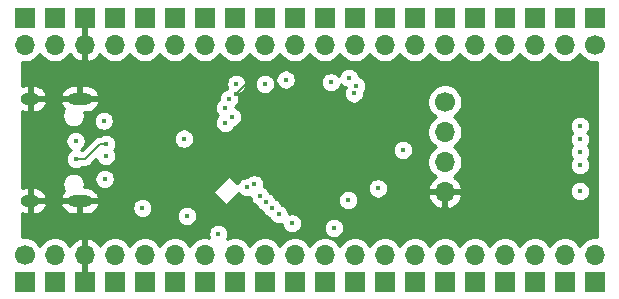
<source format=gbr>
%TF.GenerationSoftware,KiCad,Pcbnew,(5.1.6)-1*%
%TF.CreationDate,2022-07-30T19:59:52+08:00*%
%TF.ProjectId,cloneduino_zero,636c6f6e-6564-4756-996e-6f5f7a65726f,1.0*%
%TF.SameCoordinates,Original*%
%TF.FileFunction,Copper,L2,Inr*%
%TF.FilePolarity,Positive*%
%FSLAX46Y46*%
G04 Gerber Fmt 4.6, Leading zero omitted, Abs format (unit mm)*
G04 Created by KiCad (PCBNEW (5.1.6)-1) date 2022-07-30 19:59:52*
%MOMM*%
%LPD*%
G01*
G04 APERTURE LIST*
%TA.AperFunction,ViaPad*%
%ADD10R,1.700000X1.700000*%
%TD*%
%TA.AperFunction,ViaPad*%
%ADD11C,0.100000*%
%TD*%
%TA.AperFunction,ViaPad*%
%ADD12O,1.700000X1.700000*%
%TD*%
%TA.AperFunction,ViaPad*%
%ADD13C,1.700000*%
%TD*%
%TA.AperFunction,ViaPad*%
%ADD14O,2.100000X1.000000*%
%TD*%
%TA.AperFunction,ViaPad*%
%ADD15O,1.600000X1.000000*%
%TD*%
%TA.AperFunction,ViaPad*%
%ADD16C,0.450000*%
%TD*%
%TA.AperFunction,Conductor*%
%ADD17C,0.127000*%
%TD*%
%TA.AperFunction,Conductor*%
%ADD18C,0.254000*%
%TD*%
G04 APERTURE END LIST*
D10*
%TO.N,+5V*%
%TO.C,J7*%
X49276000Y-83058000D03*
%TO.N,+3V3*%
X51816000Y-83058000D03*
%TO.N,GND*%
X54356000Y-83058000D03*
%TO.N,/PB03*%
X56896000Y-83058000D03*
%TO.N,/PB02*%
X59436000Y-83058000D03*
%TO.N,/PA28*%
X61976000Y-83058000D03*
%TO.N,/NRST*%
X64516000Y-83058000D03*
%TO.N,/PA27*%
X67056000Y-83058000D03*
%TO.N,/PB23*%
X69596000Y-83058000D03*
%TO.N,/PB22*%
X72136000Y-83058000D03*
%TA.AperFunction,ViaPad*%
D11*
%TO.N,/USB_D+*%
G36*
X73826000Y-82208000D02*
G01*
X75526000Y-82208000D01*
X75526000Y-83908000D01*
X73826000Y-83908000D01*
X73826000Y-82208000D01*
G37*
%TD.AperFunction*%
D10*
%TO.N,/USB_D-*%
X77216000Y-83058000D03*
%TO.N,/PA23*%
X79756000Y-83058000D03*
%TO.N,/PA22*%
X82296000Y-83058000D03*
%TO.N,/PA21*%
X84836000Y-83058000D03*
%TO.N,/PA20*%
X87376000Y-83058000D03*
%TO.N,/PA19*%
X89916000Y-83058000D03*
%TO.N,/PA18*%
X92456000Y-83058000D03*
%TO.N,/PA17*%
X94996000Y-83058000D03*
%TO.N,/PA16*%
X97536000Y-83058000D03*
%TD*%
%TO.N,/PA15*%
%TO.C,J6*%
X97536000Y-105410000D03*
%TO.N,/PA14*%
X94996000Y-105410000D03*
%TO.N,/PA12*%
X92456000Y-105410000D03*
%TO.N,/PB11*%
X89916000Y-105410000D03*
%TO.N,/PB10*%
X87376000Y-105410000D03*
%TO.N,/PA11*%
X84836000Y-105410000D03*
%TO.N,/PA10*%
X82296000Y-105410000D03*
%TO.N,/PA09*%
X79756000Y-105410000D03*
%TO.N,/PA08*%
X77216000Y-105410000D03*
%TO.N,/PA07*%
X74676000Y-105410000D03*
%TO.N,/PA06*%
X72136000Y-105410000D03*
%TO.N,/PA05*%
X69596000Y-105410000D03*
%TO.N,/PA04*%
X67056000Y-105410000D03*
%TO.N,/PB09*%
X64516000Y-105410000D03*
%TO.N,/PB08*%
X61976000Y-105410000D03*
%TO.N,/PA03*%
X59436000Y-105410000D03*
%TO.N,/PA02*%
X56896000Y-105410000D03*
%TO.N,GND*%
X54356000Y-105410000D03*
%TO.N,+3V3*%
X51816000Y-105410000D03*
%TO.N,+5V*%
X49276000Y-105410000D03*
%TD*%
D12*
%TO.N,+5V*%
%TO.C,J4*%
X49276000Y-85344000D03*
%TO.N,+3V3*%
X51816000Y-85344000D03*
%TO.N,GND*%
X54356000Y-85344000D03*
%TO.N,/PB03*%
X56896000Y-85344000D03*
%TO.N,/PB02*%
X59436000Y-85344000D03*
%TO.N,/PA28*%
X61976000Y-85344000D03*
%TO.N,/NRST*%
X64516000Y-85344000D03*
%TO.N,/PA27*%
X67056000Y-85344000D03*
%TO.N,/PB23*%
X69596000Y-85344000D03*
%TO.N,/PB22*%
X72136000Y-85344000D03*
%TO.N,/USB_D+*%
X74676000Y-85344000D03*
%TO.N,/USB_D-*%
X77216000Y-85344000D03*
%TO.N,/PA23*%
X79756000Y-85344000D03*
%TO.N,/PA22*%
X82296000Y-85344000D03*
%TO.N,/PA21*%
X84836000Y-85344000D03*
%TO.N,/PA20*%
X87376000Y-85344000D03*
%TO.N,/PA19*%
X89916000Y-85344000D03*
%TO.N,/PA18*%
X92456000Y-85344000D03*
%TO.N,/PA17*%
X94996000Y-85344000D03*
D13*
%TO.N,/PA16*%
X97536000Y-85344000D03*
%TD*%
D14*
%TO.N,GND*%
%TO.C,J1*%
X53930000Y-98554000D03*
X53930000Y-89914000D03*
D15*
X49750000Y-89914000D03*
X49750000Y-98554000D03*
%TD*%
D12*
%TO.N,GND*%
%TO.C,J5*%
X84836000Y-97790000D03*
%TO.N,/PA31*%
X84836000Y-95250000D03*
%TO.N,/PA30*%
X84836000Y-92710000D03*
D13*
%TO.N,+3V3*%
X84836000Y-90170000D03*
%TD*%
D12*
%TO.N,/PA15*%
%TO.C,J3*%
X97536000Y-103124000D03*
%TO.N,/PA14*%
X94996000Y-103124000D03*
%TO.N,/PA12*%
X92456000Y-103124000D03*
%TO.N,/PB11*%
X89916000Y-103124000D03*
%TO.N,/PB10*%
X87376000Y-103124000D03*
%TO.N,/PA11*%
X84836000Y-103124000D03*
%TO.N,/PA10*%
X82296000Y-103124000D03*
%TO.N,/PA09*%
X79756000Y-103124000D03*
%TO.N,/PA08*%
X77216000Y-103124000D03*
%TO.N,/PA07*%
X74676000Y-103124000D03*
%TO.N,/PA06*%
X72136000Y-103124000D03*
%TO.N,/PA05*%
X69596000Y-103124000D03*
%TO.N,/PA04*%
X67056000Y-103124000D03*
%TO.N,/PB09*%
X64516000Y-103124000D03*
%TO.N,/PB08*%
X61976000Y-103124000D03*
%TO.N,/PA03*%
X59436000Y-103124000D03*
%TO.N,/PA02*%
X56896000Y-103124000D03*
%TO.N,GND*%
X54356000Y-103124000D03*
%TO.N,+3V3*%
X51816000Y-103124000D03*
D13*
%TO.N,+5V*%
X49276000Y-103124000D03*
%TD*%
D16*
%TO.N,GND*%
X73406000Y-89027000D03*
X96266000Y-96629000D03*
X57658000Y-93726000D03*
X62484000Y-97028000D03*
X78613000Y-94234000D03*
X78740000Y-100330000D03*
X65214500Y-98869500D03*
X68072000Y-88684053D03*
X57658000Y-94742000D03*
X90322000Y-88494000D03*
X67183000Y-89535000D03*
X73406000Y-99441000D03*
X69342000Y-100838000D03*
%TO.N,+5V*%
X56035990Y-96684000D03*
X55955496Y-91769496D03*
%TO.N,+3V3*%
X75184000Y-88519000D03*
X62738000Y-93284000D03*
X96266000Y-94429000D03*
X59228000Y-99141000D03*
X76644500Y-98488500D03*
X65659000Y-101346000D03*
X67183000Y-88646000D03*
%TO.N,/NRST*%
X69599022Y-88642978D03*
X81280000Y-94234000D03*
%TO.N,/USB_D-*%
X56134000Y-94742000D03*
X53582000Y-93484000D03*
X77343000Y-88805100D03*
%TO.N,/USB_D+*%
X76708000Y-88138000D03*
X56134000Y-93726000D03*
X53594000Y-94996000D03*
%TO.N,/PA02*%
X68072000Y-97409000D03*
%TO.N,/PA03*%
X68707000Y-97155000D03*
%TO.N,/PB08*%
X69215000Y-98171000D03*
%TO.N,/PB09*%
X69723000Y-98679000D03*
%TO.N,/PA04*%
X70231000Y-99187000D03*
%TO.N,/PA05*%
X70764491Y-99695000D03*
%TO.N,/PA07*%
X71882000Y-100457000D03*
%TO.N,/PA08*%
X75438000Y-100838000D03*
%TO.N,/PB10*%
X96266000Y-93345000D03*
%TO.N,/PB11*%
X96266000Y-95529000D03*
%TO.N,/PA12*%
X96266000Y-97729000D03*
%TO.N,/PB03*%
X66230500Y-91948000D03*
%TO.N,/PB02*%
X66802000Y-91440000D03*
%TO.N,/PA31*%
X66230500Y-90678000D03*
%TO.N,/PA30*%
X66548000Y-89916000D03*
%TO.N,/PB22*%
X71358183Y-88280817D03*
%TO.N,/PA23*%
X77133659Y-89452659D03*
%TO.N,/PA17*%
X62992000Y-99822000D03*
%TO.N,/PA13*%
X79160076Y-97496924D03*
X96266000Y-92202000D03*
%TD*%
D17*
%TO.N,GND*%
X68033947Y-88684053D02*
X67183000Y-89535000D01*
X68072000Y-88684053D02*
X68033947Y-88684053D01*
%TO.N,/USB_D+*%
X56134000Y-93726000D02*
X55626000Y-93726000D01*
X55626000Y-93726000D02*
X54356000Y-94996000D01*
X53594000Y-94996000D02*
X54356000Y-94996000D01*
%TD*%
D18*
%TO.N,GND*%
G36*
X54483000Y-85217000D02*
G01*
X54503000Y-85217000D01*
X54503000Y-85471000D01*
X54483000Y-85471000D01*
X54483000Y-86664155D01*
X54712890Y-86785476D01*
X54860099Y-86740825D01*
X55122920Y-86615641D01*
X55356269Y-86441588D01*
X55551178Y-86225355D01*
X55620805Y-86108466D01*
X55742525Y-86290632D01*
X55949368Y-86497475D01*
X56192589Y-86659990D01*
X56462842Y-86771932D01*
X56749740Y-86829000D01*
X57042260Y-86829000D01*
X57329158Y-86771932D01*
X57599411Y-86659990D01*
X57842632Y-86497475D01*
X58049475Y-86290632D01*
X58166000Y-86116240D01*
X58282525Y-86290632D01*
X58489368Y-86497475D01*
X58732589Y-86659990D01*
X59002842Y-86771932D01*
X59289740Y-86829000D01*
X59582260Y-86829000D01*
X59869158Y-86771932D01*
X60139411Y-86659990D01*
X60382632Y-86497475D01*
X60589475Y-86290632D01*
X60706000Y-86116240D01*
X60822525Y-86290632D01*
X61029368Y-86497475D01*
X61272589Y-86659990D01*
X61542842Y-86771932D01*
X61829740Y-86829000D01*
X62122260Y-86829000D01*
X62409158Y-86771932D01*
X62679411Y-86659990D01*
X62922632Y-86497475D01*
X63129475Y-86290632D01*
X63246000Y-86116240D01*
X63362525Y-86290632D01*
X63569368Y-86497475D01*
X63812589Y-86659990D01*
X64082842Y-86771932D01*
X64369740Y-86829000D01*
X64662260Y-86829000D01*
X64949158Y-86771932D01*
X65219411Y-86659990D01*
X65462632Y-86497475D01*
X65669475Y-86290632D01*
X65786000Y-86116240D01*
X65902525Y-86290632D01*
X66109368Y-86497475D01*
X66352589Y-86659990D01*
X66622842Y-86771932D01*
X66909740Y-86829000D01*
X67202260Y-86829000D01*
X67489158Y-86771932D01*
X67759411Y-86659990D01*
X68002632Y-86497475D01*
X68209475Y-86290632D01*
X68326000Y-86116240D01*
X68442525Y-86290632D01*
X68649368Y-86497475D01*
X68892589Y-86659990D01*
X69162842Y-86771932D01*
X69449740Y-86829000D01*
X69742260Y-86829000D01*
X70029158Y-86771932D01*
X70299411Y-86659990D01*
X70542632Y-86497475D01*
X70749475Y-86290632D01*
X70866000Y-86116240D01*
X70982525Y-86290632D01*
X71189368Y-86497475D01*
X71432589Y-86659990D01*
X71702842Y-86771932D01*
X71989740Y-86829000D01*
X72282260Y-86829000D01*
X72569158Y-86771932D01*
X72839411Y-86659990D01*
X73082632Y-86497475D01*
X73289475Y-86290632D01*
X73406000Y-86116240D01*
X73522525Y-86290632D01*
X73729368Y-86497475D01*
X73972589Y-86659990D01*
X74242842Y-86771932D01*
X74529740Y-86829000D01*
X74822260Y-86829000D01*
X75109158Y-86771932D01*
X75379411Y-86659990D01*
X75622632Y-86497475D01*
X75829475Y-86290632D01*
X75946000Y-86116240D01*
X76062525Y-86290632D01*
X76269368Y-86497475D01*
X76512589Y-86659990D01*
X76782842Y-86771932D01*
X77069740Y-86829000D01*
X77362260Y-86829000D01*
X77649158Y-86771932D01*
X77919411Y-86659990D01*
X78162632Y-86497475D01*
X78369475Y-86290632D01*
X78486000Y-86116240D01*
X78602525Y-86290632D01*
X78809368Y-86497475D01*
X79052589Y-86659990D01*
X79322842Y-86771932D01*
X79609740Y-86829000D01*
X79902260Y-86829000D01*
X80189158Y-86771932D01*
X80459411Y-86659990D01*
X80702632Y-86497475D01*
X80909475Y-86290632D01*
X81026000Y-86116240D01*
X81142525Y-86290632D01*
X81349368Y-86497475D01*
X81592589Y-86659990D01*
X81862842Y-86771932D01*
X82149740Y-86829000D01*
X82442260Y-86829000D01*
X82729158Y-86771932D01*
X82999411Y-86659990D01*
X83242632Y-86497475D01*
X83449475Y-86290632D01*
X83566000Y-86116240D01*
X83682525Y-86290632D01*
X83889368Y-86497475D01*
X84132589Y-86659990D01*
X84402842Y-86771932D01*
X84689740Y-86829000D01*
X84982260Y-86829000D01*
X85269158Y-86771932D01*
X85539411Y-86659990D01*
X85782632Y-86497475D01*
X85989475Y-86290632D01*
X86106000Y-86116240D01*
X86222525Y-86290632D01*
X86429368Y-86497475D01*
X86672589Y-86659990D01*
X86942842Y-86771932D01*
X87229740Y-86829000D01*
X87522260Y-86829000D01*
X87809158Y-86771932D01*
X88079411Y-86659990D01*
X88322632Y-86497475D01*
X88529475Y-86290632D01*
X88646000Y-86116240D01*
X88762525Y-86290632D01*
X88969368Y-86497475D01*
X89212589Y-86659990D01*
X89482842Y-86771932D01*
X89769740Y-86829000D01*
X90062260Y-86829000D01*
X90349158Y-86771932D01*
X90619411Y-86659990D01*
X90862632Y-86497475D01*
X91069475Y-86290632D01*
X91186000Y-86116240D01*
X91302525Y-86290632D01*
X91509368Y-86497475D01*
X91752589Y-86659990D01*
X92022842Y-86771932D01*
X92309740Y-86829000D01*
X92602260Y-86829000D01*
X92889158Y-86771932D01*
X93159411Y-86659990D01*
X93402632Y-86497475D01*
X93609475Y-86290632D01*
X93726000Y-86116240D01*
X93842525Y-86290632D01*
X94049368Y-86497475D01*
X94292589Y-86659990D01*
X94562842Y-86771932D01*
X94849740Y-86829000D01*
X95142260Y-86829000D01*
X95429158Y-86771932D01*
X95699411Y-86659990D01*
X95942632Y-86497475D01*
X96149475Y-86290632D01*
X96266000Y-86116240D01*
X96382525Y-86290632D01*
X96589368Y-86497475D01*
X96832589Y-86659990D01*
X97102842Y-86771932D01*
X97389740Y-86829000D01*
X97682260Y-86829000D01*
X97740000Y-86817515D01*
X97740001Y-101650485D01*
X97682260Y-101639000D01*
X97389740Y-101639000D01*
X97102842Y-101696068D01*
X96832589Y-101808010D01*
X96589368Y-101970525D01*
X96382525Y-102177368D01*
X96266000Y-102351760D01*
X96149475Y-102177368D01*
X95942632Y-101970525D01*
X95699411Y-101808010D01*
X95429158Y-101696068D01*
X95142260Y-101639000D01*
X94849740Y-101639000D01*
X94562842Y-101696068D01*
X94292589Y-101808010D01*
X94049368Y-101970525D01*
X93842525Y-102177368D01*
X93726000Y-102351760D01*
X93609475Y-102177368D01*
X93402632Y-101970525D01*
X93159411Y-101808010D01*
X92889158Y-101696068D01*
X92602260Y-101639000D01*
X92309740Y-101639000D01*
X92022842Y-101696068D01*
X91752589Y-101808010D01*
X91509368Y-101970525D01*
X91302525Y-102177368D01*
X91186000Y-102351760D01*
X91069475Y-102177368D01*
X90862632Y-101970525D01*
X90619411Y-101808010D01*
X90349158Y-101696068D01*
X90062260Y-101639000D01*
X89769740Y-101639000D01*
X89482842Y-101696068D01*
X89212589Y-101808010D01*
X88969368Y-101970525D01*
X88762525Y-102177368D01*
X88646000Y-102351760D01*
X88529475Y-102177368D01*
X88322632Y-101970525D01*
X88079411Y-101808010D01*
X87809158Y-101696068D01*
X87522260Y-101639000D01*
X87229740Y-101639000D01*
X86942842Y-101696068D01*
X86672589Y-101808010D01*
X86429368Y-101970525D01*
X86222525Y-102177368D01*
X86106000Y-102351760D01*
X85989475Y-102177368D01*
X85782632Y-101970525D01*
X85539411Y-101808010D01*
X85269158Y-101696068D01*
X84982260Y-101639000D01*
X84689740Y-101639000D01*
X84402842Y-101696068D01*
X84132589Y-101808010D01*
X83889368Y-101970525D01*
X83682525Y-102177368D01*
X83566000Y-102351760D01*
X83449475Y-102177368D01*
X83242632Y-101970525D01*
X82999411Y-101808010D01*
X82729158Y-101696068D01*
X82442260Y-101639000D01*
X82149740Y-101639000D01*
X81862842Y-101696068D01*
X81592589Y-101808010D01*
X81349368Y-101970525D01*
X81142525Y-102177368D01*
X81026000Y-102351760D01*
X80909475Y-102177368D01*
X80702632Y-101970525D01*
X80459411Y-101808010D01*
X80189158Y-101696068D01*
X79902260Y-101639000D01*
X79609740Y-101639000D01*
X79322842Y-101696068D01*
X79052589Y-101808010D01*
X78809368Y-101970525D01*
X78602525Y-102177368D01*
X78486000Y-102351760D01*
X78369475Y-102177368D01*
X78162632Y-101970525D01*
X77919411Y-101808010D01*
X77649158Y-101696068D01*
X77362260Y-101639000D01*
X77069740Y-101639000D01*
X76782842Y-101696068D01*
X76512589Y-101808010D01*
X76269368Y-101970525D01*
X76062525Y-102177368D01*
X75946000Y-102351760D01*
X75829475Y-102177368D01*
X75622632Y-101970525D01*
X75379411Y-101808010D01*
X75109158Y-101696068D01*
X74822260Y-101639000D01*
X74529740Y-101639000D01*
X74242842Y-101696068D01*
X73972589Y-101808010D01*
X73729368Y-101970525D01*
X73522525Y-102177368D01*
X73406000Y-102351760D01*
X73289475Y-102177368D01*
X73082632Y-101970525D01*
X72839411Y-101808010D01*
X72569158Y-101696068D01*
X72282260Y-101639000D01*
X71989740Y-101639000D01*
X71702842Y-101696068D01*
X71432589Y-101808010D01*
X71189368Y-101970525D01*
X70982525Y-102177368D01*
X70866000Y-102351760D01*
X70749475Y-102177368D01*
X70542632Y-101970525D01*
X70299411Y-101808010D01*
X70029158Y-101696068D01*
X69742260Y-101639000D01*
X69449740Y-101639000D01*
X69162842Y-101696068D01*
X68892589Y-101808010D01*
X68649368Y-101970525D01*
X68442525Y-102177368D01*
X68326000Y-102351760D01*
X68209475Y-102177368D01*
X68002632Y-101970525D01*
X67759411Y-101808010D01*
X67489158Y-101696068D01*
X67202260Y-101639000D01*
X66909740Y-101639000D01*
X66622842Y-101696068D01*
X66396861Y-101789672D01*
X66421122Y-101753363D01*
X66485951Y-101596853D01*
X66519000Y-101430703D01*
X66519000Y-101261297D01*
X66485951Y-101095147D01*
X66421122Y-100938637D01*
X66327005Y-100797782D01*
X66207218Y-100677995D01*
X66066363Y-100583878D01*
X65909853Y-100519049D01*
X65743703Y-100486000D01*
X65574297Y-100486000D01*
X65408147Y-100519049D01*
X65251637Y-100583878D01*
X65110782Y-100677995D01*
X64990995Y-100797782D01*
X64896878Y-100938637D01*
X64832049Y-101095147D01*
X64799000Y-101261297D01*
X64799000Y-101430703D01*
X64832049Y-101596853D01*
X64866320Y-101679590D01*
X64662260Y-101639000D01*
X64369740Y-101639000D01*
X64082842Y-101696068D01*
X63812589Y-101808010D01*
X63569368Y-101970525D01*
X63362525Y-102177368D01*
X63246000Y-102351760D01*
X63129475Y-102177368D01*
X62922632Y-101970525D01*
X62679411Y-101808010D01*
X62409158Y-101696068D01*
X62122260Y-101639000D01*
X61829740Y-101639000D01*
X61542842Y-101696068D01*
X61272589Y-101808010D01*
X61029368Y-101970525D01*
X60822525Y-102177368D01*
X60706000Y-102351760D01*
X60589475Y-102177368D01*
X60382632Y-101970525D01*
X60139411Y-101808010D01*
X59869158Y-101696068D01*
X59582260Y-101639000D01*
X59289740Y-101639000D01*
X59002842Y-101696068D01*
X58732589Y-101808010D01*
X58489368Y-101970525D01*
X58282525Y-102177368D01*
X58166000Y-102351760D01*
X58049475Y-102177368D01*
X57842632Y-101970525D01*
X57599411Y-101808010D01*
X57329158Y-101696068D01*
X57042260Y-101639000D01*
X56749740Y-101639000D01*
X56462842Y-101696068D01*
X56192589Y-101808010D01*
X55949368Y-101970525D01*
X55742525Y-102177368D01*
X55620805Y-102359534D01*
X55551178Y-102242645D01*
X55356269Y-102026412D01*
X55122920Y-101852359D01*
X54860099Y-101727175D01*
X54712890Y-101682524D01*
X54483000Y-101803845D01*
X54483000Y-102997000D01*
X54503000Y-102997000D01*
X54503000Y-103251000D01*
X54483000Y-103251000D01*
X54483000Y-104740000D01*
X54229000Y-104740000D01*
X54229000Y-103251000D01*
X54209000Y-103251000D01*
X54209000Y-102997000D01*
X54229000Y-102997000D01*
X54229000Y-101803845D01*
X53999110Y-101682524D01*
X53851901Y-101727175D01*
X53589080Y-101852359D01*
X53355731Y-102026412D01*
X53160822Y-102242645D01*
X53091195Y-102359534D01*
X52969475Y-102177368D01*
X52762632Y-101970525D01*
X52519411Y-101808010D01*
X52249158Y-101696068D01*
X51962260Y-101639000D01*
X51669740Y-101639000D01*
X51382842Y-101696068D01*
X51112589Y-101808010D01*
X50869368Y-101970525D01*
X50662525Y-102177368D01*
X50546000Y-102351760D01*
X50429475Y-102177368D01*
X50222632Y-101970525D01*
X49979411Y-101808010D01*
X49709158Y-101696068D01*
X49422260Y-101639000D01*
X49129740Y-101639000D01*
X49060000Y-101652872D01*
X49060000Y-99623497D01*
X49104013Y-99642415D01*
X49323000Y-99689000D01*
X49623000Y-99689000D01*
X49623000Y-98681000D01*
X49877000Y-98681000D01*
X49877000Y-99689000D01*
X50177000Y-99689000D01*
X50395987Y-99642415D01*
X50601678Y-99554003D01*
X50786169Y-99427161D01*
X50942369Y-99266764D01*
X51064276Y-99078976D01*
X51144119Y-98855874D01*
X52285881Y-98855874D01*
X52365724Y-99078976D01*
X52487631Y-99266764D01*
X52643831Y-99427161D01*
X52828322Y-99554003D01*
X53034013Y-99642415D01*
X53253000Y-99689000D01*
X53803000Y-99689000D01*
X53803000Y-98681000D01*
X54057000Y-98681000D01*
X54057000Y-99689000D01*
X54607000Y-99689000D01*
X54825987Y-99642415D01*
X55031678Y-99554003D01*
X55216169Y-99427161D01*
X55372369Y-99266764D01*
X55494276Y-99078976D01*
X55502392Y-99056297D01*
X58368000Y-99056297D01*
X58368000Y-99225703D01*
X58401049Y-99391853D01*
X58465878Y-99548363D01*
X58559995Y-99689218D01*
X58679782Y-99809005D01*
X58820637Y-99903122D01*
X58977147Y-99967951D01*
X59143297Y-100001000D01*
X59312703Y-100001000D01*
X59478853Y-99967951D01*
X59635363Y-99903122D01*
X59776218Y-99809005D01*
X59847926Y-99737297D01*
X62132000Y-99737297D01*
X62132000Y-99906703D01*
X62165049Y-100072853D01*
X62229878Y-100229363D01*
X62323995Y-100370218D01*
X62443782Y-100490005D01*
X62584637Y-100584122D01*
X62741147Y-100648951D01*
X62907297Y-100682000D01*
X63076703Y-100682000D01*
X63242853Y-100648951D01*
X63399363Y-100584122D01*
X63540218Y-100490005D01*
X63660005Y-100370218D01*
X63754122Y-100229363D01*
X63818951Y-100072853D01*
X63852000Y-99906703D01*
X63852000Y-99737297D01*
X63818951Y-99571147D01*
X63754122Y-99414637D01*
X63660005Y-99273782D01*
X63540218Y-99153995D01*
X63399363Y-99059878D01*
X63242853Y-98995049D01*
X63076703Y-98962000D01*
X62907297Y-98962000D01*
X62741147Y-98995049D01*
X62584637Y-99059878D01*
X62443782Y-99153995D01*
X62323995Y-99273782D01*
X62229878Y-99414637D01*
X62165049Y-99571147D01*
X62132000Y-99737297D01*
X59847926Y-99737297D01*
X59896005Y-99689218D01*
X59990122Y-99548363D01*
X60054951Y-99391853D01*
X60088000Y-99225703D01*
X60088000Y-99056297D01*
X60054951Y-98890147D01*
X59990122Y-98733637D01*
X59896005Y-98592782D01*
X59776218Y-98472995D01*
X59635363Y-98378878D01*
X59478853Y-98314049D01*
X59312703Y-98281000D01*
X59143297Y-98281000D01*
X58977147Y-98314049D01*
X58820637Y-98378878D01*
X58679782Y-98472995D01*
X58559995Y-98592782D01*
X58465878Y-98733637D01*
X58401049Y-98890147D01*
X58368000Y-99056297D01*
X55502392Y-99056297D01*
X55574119Y-98855874D01*
X55447954Y-98681000D01*
X54057000Y-98681000D01*
X53803000Y-98681000D01*
X52412046Y-98681000D01*
X52285881Y-98855874D01*
X51144119Y-98855874D01*
X51017954Y-98681000D01*
X49877000Y-98681000D01*
X49623000Y-98681000D01*
X49603000Y-98681000D01*
X49603000Y-98427000D01*
X49623000Y-98427000D01*
X49623000Y-97419000D01*
X49877000Y-97419000D01*
X49877000Y-98427000D01*
X51017954Y-98427000D01*
X51144119Y-98252126D01*
X52285881Y-98252126D01*
X52412046Y-98427000D01*
X53803000Y-98427000D01*
X53803000Y-98407000D01*
X54057000Y-98407000D01*
X54057000Y-98427000D01*
X55447954Y-98427000D01*
X55574119Y-98252126D01*
X55494276Y-98029024D01*
X55372369Y-97841236D01*
X55322474Y-97790000D01*
X65151000Y-97790000D01*
X65153440Y-97814776D01*
X65160667Y-97838601D01*
X65172403Y-97860557D01*
X65188197Y-97879803D01*
X66204197Y-98895803D01*
X66223443Y-98911597D01*
X66245399Y-98923333D01*
X66269224Y-98930560D01*
X66294000Y-98933000D01*
X66318776Y-98930560D01*
X66342601Y-98923333D01*
X66364557Y-98911597D01*
X66383803Y-98895803D01*
X67371308Y-97908298D01*
X67403995Y-97957218D01*
X67523782Y-98077005D01*
X67664637Y-98171122D01*
X67821147Y-98235951D01*
X67987297Y-98269000D01*
X68156703Y-98269000D01*
X68322853Y-98235951D01*
X68355000Y-98222635D01*
X68355000Y-98255703D01*
X68388049Y-98421853D01*
X68452878Y-98578363D01*
X68546995Y-98719218D01*
X68666782Y-98839005D01*
X68807637Y-98933122D01*
X68915995Y-98978005D01*
X68960878Y-99086363D01*
X69054995Y-99227218D01*
X69174782Y-99347005D01*
X69315637Y-99441122D01*
X69423995Y-99486005D01*
X69468878Y-99594363D01*
X69562995Y-99735218D01*
X69682782Y-99855005D01*
X69823637Y-99949122D01*
X69962765Y-100006751D01*
X70002369Y-100102363D01*
X70096486Y-100243218D01*
X70216273Y-100363005D01*
X70357128Y-100457122D01*
X70513638Y-100521951D01*
X70679788Y-100555000D01*
X70849194Y-100555000D01*
X71015344Y-100521951D01*
X71022000Y-100519194D01*
X71022000Y-100541703D01*
X71055049Y-100707853D01*
X71119878Y-100864363D01*
X71213995Y-101005218D01*
X71333782Y-101125005D01*
X71474637Y-101219122D01*
X71631147Y-101283951D01*
X71797297Y-101317000D01*
X71966703Y-101317000D01*
X72132853Y-101283951D01*
X72289363Y-101219122D01*
X72430218Y-101125005D01*
X72550005Y-101005218D01*
X72644122Y-100864363D01*
X72690127Y-100753297D01*
X74578000Y-100753297D01*
X74578000Y-100922703D01*
X74611049Y-101088853D01*
X74675878Y-101245363D01*
X74769995Y-101386218D01*
X74889782Y-101506005D01*
X75030637Y-101600122D01*
X75187147Y-101664951D01*
X75353297Y-101698000D01*
X75522703Y-101698000D01*
X75688853Y-101664951D01*
X75845363Y-101600122D01*
X75986218Y-101506005D01*
X76106005Y-101386218D01*
X76200122Y-101245363D01*
X76264951Y-101088853D01*
X76298000Y-100922703D01*
X76298000Y-100753297D01*
X76264951Y-100587147D01*
X76200122Y-100430637D01*
X76106005Y-100289782D01*
X75986218Y-100169995D01*
X75845363Y-100075878D01*
X75688853Y-100011049D01*
X75522703Y-99978000D01*
X75353297Y-99978000D01*
X75187147Y-100011049D01*
X75030637Y-100075878D01*
X74889782Y-100169995D01*
X74769995Y-100289782D01*
X74675878Y-100430637D01*
X74611049Y-100587147D01*
X74578000Y-100753297D01*
X72690127Y-100753297D01*
X72708951Y-100707853D01*
X72742000Y-100541703D01*
X72742000Y-100372297D01*
X72708951Y-100206147D01*
X72644122Y-100049637D01*
X72550005Y-99908782D01*
X72430218Y-99788995D01*
X72289363Y-99694878D01*
X72132853Y-99630049D01*
X71966703Y-99597000D01*
X71797297Y-99597000D01*
X71631147Y-99630049D01*
X71624491Y-99632806D01*
X71624491Y-99610297D01*
X71591442Y-99444147D01*
X71526613Y-99287637D01*
X71432496Y-99146782D01*
X71312709Y-99026995D01*
X71171854Y-98932878D01*
X71032726Y-98875249D01*
X70993122Y-98779637D01*
X70899005Y-98638782D01*
X70779218Y-98518995D01*
X70638363Y-98424878D01*
X70587469Y-98403797D01*
X75784500Y-98403797D01*
X75784500Y-98573203D01*
X75817549Y-98739353D01*
X75882378Y-98895863D01*
X75976495Y-99036718D01*
X76096282Y-99156505D01*
X76237137Y-99250622D01*
X76393647Y-99315451D01*
X76559797Y-99348500D01*
X76729203Y-99348500D01*
X76895353Y-99315451D01*
X77051863Y-99250622D01*
X77192718Y-99156505D01*
X77312505Y-99036718D01*
X77406622Y-98895863D01*
X77471451Y-98739353D01*
X77504500Y-98573203D01*
X77504500Y-98403797D01*
X77471451Y-98237647D01*
X77406622Y-98081137D01*
X77312505Y-97940282D01*
X77192718Y-97820495D01*
X77051863Y-97726378D01*
X76895353Y-97661549D01*
X76729203Y-97628500D01*
X76559797Y-97628500D01*
X76393647Y-97661549D01*
X76237137Y-97726378D01*
X76096282Y-97820495D01*
X75976495Y-97940282D01*
X75882378Y-98081137D01*
X75817549Y-98237647D01*
X75784500Y-98403797D01*
X70587469Y-98403797D01*
X70530005Y-98379995D01*
X70485122Y-98271637D01*
X70391005Y-98130782D01*
X70271218Y-98010995D01*
X70130363Y-97916878D01*
X70022005Y-97871995D01*
X69977122Y-97763637D01*
X69883005Y-97622782D01*
X69763218Y-97502995D01*
X69627367Y-97412221D01*
X78300076Y-97412221D01*
X78300076Y-97581627D01*
X78333125Y-97747777D01*
X78397954Y-97904287D01*
X78492071Y-98045142D01*
X78611858Y-98164929D01*
X78752713Y-98259046D01*
X78909223Y-98323875D01*
X79075373Y-98356924D01*
X79244779Y-98356924D01*
X79410929Y-98323875D01*
X79567439Y-98259046D01*
X79708294Y-98164929D01*
X79726333Y-98146890D01*
X83394524Y-98146890D01*
X83439175Y-98294099D01*
X83564359Y-98556920D01*
X83738412Y-98790269D01*
X83954645Y-98985178D01*
X84204748Y-99134157D01*
X84479109Y-99231481D01*
X84709000Y-99110814D01*
X84709000Y-97917000D01*
X84963000Y-97917000D01*
X84963000Y-99110814D01*
X85192891Y-99231481D01*
X85467252Y-99134157D01*
X85717355Y-98985178D01*
X85933588Y-98790269D01*
X86107641Y-98556920D01*
X86232825Y-98294099D01*
X86277476Y-98146890D01*
X86156155Y-97917000D01*
X84963000Y-97917000D01*
X84709000Y-97917000D01*
X83515845Y-97917000D01*
X83394524Y-98146890D01*
X79726333Y-98146890D01*
X79828081Y-98045142D01*
X79922198Y-97904287D01*
X79987027Y-97747777D01*
X80020076Y-97581627D01*
X80020076Y-97412221D01*
X79987027Y-97246071D01*
X79922198Y-97089561D01*
X79828081Y-96948706D01*
X79708294Y-96828919D01*
X79567439Y-96734802D01*
X79410929Y-96669973D01*
X79244779Y-96636924D01*
X79075373Y-96636924D01*
X78909223Y-96669973D01*
X78752713Y-96734802D01*
X78611858Y-96828919D01*
X78492071Y-96948706D01*
X78397954Y-97089561D01*
X78333125Y-97246071D01*
X78300076Y-97412221D01*
X69627367Y-97412221D01*
X69622363Y-97408878D01*
X69540125Y-97374814D01*
X69567000Y-97239703D01*
X69567000Y-97070297D01*
X69533951Y-96904147D01*
X69469122Y-96747637D01*
X69375005Y-96606782D01*
X69255218Y-96486995D01*
X69114363Y-96392878D01*
X68957853Y-96328049D01*
X68791703Y-96295000D01*
X68622297Y-96295000D01*
X68456147Y-96328049D01*
X68299637Y-96392878D01*
X68158782Y-96486995D01*
X68096777Y-96549000D01*
X67987297Y-96549000D01*
X67821147Y-96582049D01*
X67664637Y-96646878D01*
X67523782Y-96740995D01*
X67403995Y-96860782D01*
X67309878Y-97001637D01*
X67280403Y-97072797D01*
X66637803Y-96430197D01*
X66618557Y-96414403D01*
X66596601Y-96402667D01*
X66572776Y-96395440D01*
X66548000Y-96393000D01*
X66523224Y-96395440D01*
X66499399Y-96402667D01*
X66477443Y-96414403D01*
X66458197Y-96430197D01*
X65188197Y-97700197D01*
X65172403Y-97719443D01*
X65160667Y-97741399D01*
X65153440Y-97765224D01*
X65151000Y-97790000D01*
X55322474Y-97790000D01*
X55216169Y-97680839D01*
X55031678Y-97553997D01*
X54825987Y-97465585D01*
X54607000Y-97419000D01*
X54316904Y-97419000D01*
X54323108Y-97404022D01*
X54360000Y-97218552D01*
X54360000Y-97029448D01*
X54323108Y-96843978D01*
X54250741Y-96669269D01*
X54203988Y-96599297D01*
X55175990Y-96599297D01*
X55175990Y-96768703D01*
X55209039Y-96934853D01*
X55273868Y-97091363D01*
X55367985Y-97232218D01*
X55487772Y-97352005D01*
X55628627Y-97446122D01*
X55785137Y-97510951D01*
X55951287Y-97544000D01*
X56120693Y-97544000D01*
X56286843Y-97510951D01*
X56443353Y-97446122D01*
X56584208Y-97352005D01*
X56703995Y-97232218D01*
X56798112Y-97091363D01*
X56862941Y-96934853D01*
X56895990Y-96768703D01*
X56895990Y-96599297D01*
X56862941Y-96433147D01*
X56798112Y-96276637D01*
X56703995Y-96135782D01*
X56584208Y-96015995D01*
X56443353Y-95921878D01*
X56286843Y-95857049D01*
X56120693Y-95824000D01*
X55951287Y-95824000D01*
X55785137Y-95857049D01*
X55628627Y-95921878D01*
X55487772Y-96015995D01*
X55367985Y-96135782D01*
X55273868Y-96276637D01*
X55209039Y-96433147D01*
X55175990Y-96599297D01*
X54203988Y-96599297D01*
X54145681Y-96512036D01*
X54011964Y-96378319D01*
X53854731Y-96273259D01*
X53680022Y-96200892D01*
X53494552Y-96164000D01*
X53305448Y-96164000D01*
X53119978Y-96200892D01*
X52945269Y-96273259D01*
X52788036Y-96378319D01*
X52654319Y-96512036D01*
X52549259Y-96669269D01*
X52476892Y-96843978D01*
X52440000Y-97029448D01*
X52440000Y-97218552D01*
X52476892Y-97404022D01*
X52549259Y-97578731D01*
X52628206Y-97696884D01*
X52487631Y-97841236D01*
X52365724Y-98029024D01*
X52285881Y-98252126D01*
X51144119Y-98252126D01*
X51064276Y-98029024D01*
X50942369Y-97841236D01*
X50786169Y-97680839D01*
X50601678Y-97553997D01*
X50395987Y-97465585D01*
X50177000Y-97419000D01*
X49877000Y-97419000D01*
X49623000Y-97419000D01*
X49323000Y-97419000D01*
X49104013Y-97465585D01*
X49060000Y-97484503D01*
X49060000Y-93399297D01*
X52722000Y-93399297D01*
X52722000Y-93568703D01*
X52755049Y-93734853D01*
X52819878Y-93891363D01*
X52913995Y-94032218D01*
X53033782Y-94152005D01*
X53171475Y-94244009D01*
X53045782Y-94327995D01*
X52925995Y-94447782D01*
X52831878Y-94588637D01*
X52767049Y-94745147D01*
X52734000Y-94911297D01*
X52734000Y-95080703D01*
X52767049Y-95246853D01*
X52831878Y-95403363D01*
X52925995Y-95544218D01*
X53045782Y-95664005D01*
X53186637Y-95758122D01*
X53343147Y-95822951D01*
X53509297Y-95856000D01*
X53678703Y-95856000D01*
X53844853Y-95822951D01*
X54001363Y-95758122D01*
X54096579Y-95694500D01*
X54321702Y-95694500D01*
X54356000Y-95697878D01*
X54390298Y-95694500D01*
X54390309Y-95694500D01*
X54492930Y-95684393D01*
X54624597Y-95644452D01*
X54745943Y-95579591D01*
X54852303Y-95492303D01*
X54874175Y-95465652D01*
X55318743Y-95021085D01*
X55371878Y-95149363D01*
X55465995Y-95290218D01*
X55585782Y-95410005D01*
X55726637Y-95504122D01*
X55883147Y-95568951D01*
X56049297Y-95602000D01*
X56218703Y-95602000D01*
X56384853Y-95568951D01*
X56541363Y-95504122D01*
X56682218Y-95410005D01*
X56802005Y-95290218D01*
X56896122Y-95149363D01*
X56960951Y-94992853D01*
X56994000Y-94826703D01*
X56994000Y-94657297D01*
X56960951Y-94491147D01*
X56896122Y-94334637D01*
X56828878Y-94234000D01*
X56885475Y-94149297D01*
X80420000Y-94149297D01*
X80420000Y-94318703D01*
X80453049Y-94484853D01*
X80517878Y-94641363D01*
X80611995Y-94782218D01*
X80731782Y-94902005D01*
X80872637Y-94996122D01*
X81029147Y-95060951D01*
X81195297Y-95094000D01*
X81364703Y-95094000D01*
X81530853Y-95060951D01*
X81687363Y-94996122D01*
X81828218Y-94902005D01*
X81948005Y-94782218D01*
X82042122Y-94641363D01*
X82106951Y-94484853D01*
X82140000Y-94318703D01*
X82140000Y-94149297D01*
X82106951Y-93983147D01*
X82042122Y-93826637D01*
X81948005Y-93685782D01*
X81828218Y-93565995D01*
X81687363Y-93471878D01*
X81530853Y-93407049D01*
X81364703Y-93374000D01*
X81195297Y-93374000D01*
X81029147Y-93407049D01*
X80872637Y-93471878D01*
X80731782Y-93565995D01*
X80611995Y-93685782D01*
X80517878Y-93826637D01*
X80453049Y-93983147D01*
X80420000Y-94149297D01*
X56885475Y-94149297D01*
X56896122Y-94133363D01*
X56960951Y-93976853D01*
X56994000Y-93810703D01*
X56994000Y-93641297D01*
X56960951Y-93475147D01*
X56896122Y-93318637D01*
X56816381Y-93199297D01*
X61878000Y-93199297D01*
X61878000Y-93368703D01*
X61911049Y-93534853D01*
X61975878Y-93691363D01*
X62069995Y-93832218D01*
X62189782Y-93952005D01*
X62330637Y-94046122D01*
X62487147Y-94110951D01*
X62653297Y-94144000D01*
X62822703Y-94144000D01*
X62988853Y-94110951D01*
X63145363Y-94046122D01*
X63286218Y-93952005D01*
X63406005Y-93832218D01*
X63500122Y-93691363D01*
X63564951Y-93534853D01*
X63598000Y-93368703D01*
X63598000Y-93199297D01*
X63564951Y-93033147D01*
X63500122Y-92876637D01*
X63406005Y-92735782D01*
X63286218Y-92615995D01*
X63145363Y-92521878D01*
X62988853Y-92457049D01*
X62822703Y-92424000D01*
X62653297Y-92424000D01*
X62487147Y-92457049D01*
X62330637Y-92521878D01*
X62189782Y-92615995D01*
X62069995Y-92735782D01*
X61975878Y-92876637D01*
X61911049Y-93033147D01*
X61878000Y-93199297D01*
X56816381Y-93199297D01*
X56802005Y-93177782D01*
X56682218Y-93057995D01*
X56541363Y-92963878D01*
X56384853Y-92899049D01*
X56218703Y-92866000D01*
X56049297Y-92866000D01*
X55883147Y-92899049D01*
X55726637Y-92963878D01*
X55635130Y-93025021D01*
X55625999Y-93024122D01*
X55591701Y-93027500D01*
X55591691Y-93027500D01*
X55489070Y-93037607D01*
X55357403Y-93077548D01*
X55357401Y-93077549D01*
X55236056Y-93142409D01*
X55156345Y-93207826D01*
X55156337Y-93207834D01*
X55129697Y-93229697D01*
X55107833Y-93256338D01*
X54078652Y-94285521D01*
X54004525Y-94235991D01*
X54130218Y-94152005D01*
X54250005Y-94032218D01*
X54344122Y-93891363D01*
X54408951Y-93734853D01*
X54442000Y-93568703D01*
X54442000Y-93399297D01*
X54408951Y-93233147D01*
X54344122Y-93076637D01*
X54250005Y-92935782D01*
X54130218Y-92815995D01*
X53989363Y-92721878D01*
X53832853Y-92657049D01*
X53666703Y-92624000D01*
X53497297Y-92624000D01*
X53331147Y-92657049D01*
X53174637Y-92721878D01*
X53033782Y-92815995D01*
X52913995Y-92935782D01*
X52819878Y-93076637D01*
X52755049Y-93233147D01*
X52722000Y-93399297D01*
X49060000Y-93399297D01*
X49060000Y-90983497D01*
X49104013Y-91002415D01*
X49323000Y-91049000D01*
X49623000Y-91049000D01*
X49623000Y-90041000D01*
X49877000Y-90041000D01*
X49877000Y-91049000D01*
X50177000Y-91049000D01*
X50395987Y-91002415D01*
X50601678Y-90914003D01*
X50786169Y-90787161D01*
X50942369Y-90626764D01*
X51064276Y-90438976D01*
X51144119Y-90215874D01*
X52285881Y-90215874D01*
X52365724Y-90438976D01*
X52487631Y-90626764D01*
X52628206Y-90771116D01*
X52549259Y-90889269D01*
X52476892Y-91063978D01*
X52440000Y-91249448D01*
X52440000Y-91438552D01*
X52476892Y-91624022D01*
X52549259Y-91798731D01*
X52654319Y-91955964D01*
X52788036Y-92089681D01*
X52945269Y-92194741D01*
X53119978Y-92267108D01*
X53305448Y-92304000D01*
X53494552Y-92304000D01*
X53680022Y-92267108D01*
X53854731Y-92194741D01*
X54011964Y-92089681D01*
X54145681Y-91955964D01*
X54250741Y-91798731D01*
X54297935Y-91684793D01*
X55095496Y-91684793D01*
X55095496Y-91854199D01*
X55128545Y-92020349D01*
X55193374Y-92176859D01*
X55287491Y-92317714D01*
X55407278Y-92437501D01*
X55548133Y-92531618D01*
X55704643Y-92596447D01*
X55870793Y-92629496D01*
X56040199Y-92629496D01*
X56206349Y-92596447D01*
X56362859Y-92531618D01*
X56503714Y-92437501D01*
X56623501Y-92317714D01*
X56717618Y-92176859D01*
X56782447Y-92020349D01*
X56815496Y-91854199D01*
X56815496Y-91684793D01*
X56782447Y-91518643D01*
X56717618Y-91362133D01*
X56623501Y-91221278D01*
X56503714Y-91101491D01*
X56362859Y-91007374D01*
X56206349Y-90942545D01*
X56040199Y-90909496D01*
X55870793Y-90909496D01*
X55704643Y-90942545D01*
X55548133Y-91007374D01*
X55407278Y-91101491D01*
X55287491Y-91221278D01*
X55193374Y-91362133D01*
X55128545Y-91518643D01*
X55095496Y-91684793D01*
X54297935Y-91684793D01*
X54323108Y-91624022D01*
X54360000Y-91438552D01*
X54360000Y-91249448D01*
X54323108Y-91063978D01*
X54316904Y-91049000D01*
X54607000Y-91049000D01*
X54825987Y-91002415D01*
X55031678Y-90914003D01*
X55216169Y-90787161D01*
X55372369Y-90626764D01*
X55394094Y-90593297D01*
X65370500Y-90593297D01*
X65370500Y-90762703D01*
X65403549Y-90928853D01*
X65468378Y-91085363D01*
X65562495Y-91226218D01*
X65649277Y-91313000D01*
X65562495Y-91399782D01*
X65468378Y-91540637D01*
X65403549Y-91697147D01*
X65370500Y-91863297D01*
X65370500Y-92032703D01*
X65403549Y-92198853D01*
X65468378Y-92355363D01*
X65562495Y-92496218D01*
X65682282Y-92616005D01*
X65823137Y-92710122D01*
X65979647Y-92774951D01*
X66145797Y-92808000D01*
X66315203Y-92808000D01*
X66481353Y-92774951D01*
X66637863Y-92710122D01*
X66778718Y-92616005D01*
X66898505Y-92496218D01*
X66992622Y-92355363D01*
X67027124Y-92272069D01*
X67052853Y-92266951D01*
X67209363Y-92202122D01*
X67350218Y-92108005D01*
X67470005Y-91988218D01*
X67564122Y-91847363D01*
X67628951Y-91690853D01*
X67662000Y-91524703D01*
X67662000Y-91355297D01*
X67628951Y-91189147D01*
X67564122Y-91032637D01*
X67470005Y-90891782D01*
X67350218Y-90771995D01*
X67209363Y-90677878D01*
X67090500Y-90628643D01*
X67090500Y-90593297D01*
X67089539Y-90588468D01*
X67096218Y-90584005D01*
X67216005Y-90464218D01*
X67310122Y-90323363D01*
X67374951Y-90166853D01*
X67408000Y-90000703D01*
X67408000Y-89831297D01*
X67374951Y-89665147D01*
X67310122Y-89508637D01*
X67303590Y-89498862D01*
X67433853Y-89472951D01*
X67590363Y-89408122D01*
X67731218Y-89314005D01*
X67851005Y-89194218D01*
X67945122Y-89053363D01*
X68009951Y-88896853D01*
X68043000Y-88730703D01*
X68043000Y-88561297D01*
X68042399Y-88558275D01*
X68739022Y-88558275D01*
X68739022Y-88727681D01*
X68772071Y-88893831D01*
X68836900Y-89050341D01*
X68931017Y-89191196D01*
X69050804Y-89310983D01*
X69191659Y-89405100D01*
X69348169Y-89469929D01*
X69514319Y-89502978D01*
X69683725Y-89502978D01*
X69849875Y-89469929D01*
X70006385Y-89405100D01*
X70147240Y-89310983D01*
X70267027Y-89191196D01*
X70361144Y-89050341D01*
X70425973Y-88893831D01*
X70459022Y-88727681D01*
X70459022Y-88558275D01*
X70425973Y-88392125D01*
X70361144Y-88235615D01*
X70334751Y-88196114D01*
X70498183Y-88196114D01*
X70498183Y-88365520D01*
X70531232Y-88531670D01*
X70596061Y-88688180D01*
X70690178Y-88829035D01*
X70809965Y-88948822D01*
X70950820Y-89042939D01*
X71107330Y-89107768D01*
X71273480Y-89140817D01*
X71442886Y-89140817D01*
X71609036Y-89107768D01*
X71765546Y-89042939D01*
X71906401Y-88948822D01*
X72026188Y-88829035D01*
X72120305Y-88688180D01*
X72185134Y-88531670D01*
X72204502Y-88434297D01*
X74324000Y-88434297D01*
X74324000Y-88603703D01*
X74357049Y-88769853D01*
X74421878Y-88926363D01*
X74515995Y-89067218D01*
X74635782Y-89187005D01*
X74776637Y-89281122D01*
X74933147Y-89345951D01*
X75099297Y-89379000D01*
X75268703Y-89379000D01*
X75434853Y-89345951D01*
X75591363Y-89281122D01*
X75732218Y-89187005D01*
X75852005Y-89067218D01*
X75946122Y-88926363D01*
X76010951Y-88769853D01*
X76030433Y-88671908D01*
X76039995Y-88686218D01*
X76159782Y-88806005D01*
X76300637Y-88900122D01*
X76432143Y-88954594D01*
X76371537Y-89045296D01*
X76306708Y-89201806D01*
X76273659Y-89367956D01*
X76273659Y-89537362D01*
X76306708Y-89703512D01*
X76371537Y-89860022D01*
X76465654Y-90000877D01*
X76585441Y-90120664D01*
X76726296Y-90214781D01*
X76882806Y-90279610D01*
X77048956Y-90312659D01*
X77218362Y-90312659D01*
X77384512Y-90279610D01*
X77541022Y-90214781D01*
X77681877Y-90120664D01*
X77778801Y-90023740D01*
X83351000Y-90023740D01*
X83351000Y-90316260D01*
X83408068Y-90603158D01*
X83520010Y-90873411D01*
X83682525Y-91116632D01*
X83889368Y-91323475D01*
X84063760Y-91440000D01*
X83889368Y-91556525D01*
X83682525Y-91763368D01*
X83520010Y-92006589D01*
X83408068Y-92276842D01*
X83351000Y-92563740D01*
X83351000Y-92856260D01*
X83408068Y-93143158D01*
X83520010Y-93413411D01*
X83682525Y-93656632D01*
X83889368Y-93863475D01*
X84063760Y-93980000D01*
X83889368Y-94096525D01*
X83682525Y-94303368D01*
X83520010Y-94546589D01*
X83408068Y-94816842D01*
X83351000Y-95103740D01*
X83351000Y-95396260D01*
X83408068Y-95683158D01*
X83520010Y-95953411D01*
X83682525Y-96196632D01*
X83889368Y-96403475D01*
X84071534Y-96525195D01*
X83954645Y-96594822D01*
X83738412Y-96789731D01*
X83564359Y-97023080D01*
X83439175Y-97285901D01*
X83394524Y-97433110D01*
X83515845Y-97663000D01*
X84709000Y-97663000D01*
X84709000Y-97643000D01*
X84963000Y-97643000D01*
X84963000Y-97663000D01*
X86156155Y-97663000D01*
X86166025Y-97644297D01*
X95406000Y-97644297D01*
X95406000Y-97813703D01*
X95439049Y-97979853D01*
X95503878Y-98136363D01*
X95597995Y-98277218D01*
X95717782Y-98397005D01*
X95858637Y-98491122D01*
X96015147Y-98555951D01*
X96181297Y-98589000D01*
X96350703Y-98589000D01*
X96516853Y-98555951D01*
X96673363Y-98491122D01*
X96814218Y-98397005D01*
X96934005Y-98277218D01*
X97028122Y-98136363D01*
X97092951Y-97979853D01*
X97126000Y-97813703D01*
X97126000Y-97644297D01*
X97092951Y-97478147D01*
X97028122Y-97321637D01*
X96934005Y-97180782D01*
X96814218Y-97060995D01*
X96673363Y-96966878D01*
X96516853Y-96902049D01*
X96350703Y-96869000D01*
X96181297Y-96869000D01*
X96015147Y-96902049D01*
X95858637Y-96966878D01*
X95717782Y-97060995D01*
X95597995Y-97180782D01*
X95503878Y-97321637D01*
X95439049Y-97478147D01*
X95406000Y-97644297D01*
X86166025Y-97644297D01*
X86277476Y-97433110D01*
X86232825Y-97285901D01*
X86107641Y-97023080D01*
X85933588Y-96789731D01*
X85717355Y-96594822D01*
X85600466Y-96525195D01*
X85782632Y-96403475D01*
X85989475Y-96196632D01*
X86151990Y-95953411D01*
X86263932Y-95683158D01*
X86321000Y-95396260D01*
X86321000Y-95103740D01*
X86263932Y-94816842D01*
X86151990Y-94546589D01*
X85989475Y-94303368D01*
X85782632Y-94096525D01*
X85608240Y-93980000D01*
X85782632Y-93863475D01*
X85989475Y-93656632D01*
X86151990Y-93413411D01*
X86263932Y-93143158D01*
X86321000Y-92856260D01*
X86321000Y-92563740D01*
X86263932Y-92276842D01*
X86197847Y-92117297D01*
X95406000Y-92117297D01*
X95406000Y-92286703D01*
X95439049Y-92452853D01*
X95503878Y-92609363D01*
X95597995Y-92750218D01*
X95621277Y-92773500D01*
X95597995Y-92796782D01*
X95503878Y-92937637D01*
X95439049Y-93094147D01*
X95406000Y-93260297D01*
X95406000Y-93429703D01*
X95439049Y-93595853D01*
X95503878Y-93752363D01*
X95593840Y-93887000D01*
X95503878Y-94021637D01*
X95439049Y-94178147D01*
X95406000Y-94344297D01*
X95406000Y-94513703D01*
X95439049Y-94679853D01*
X95503878Y-94836363D01*
X95597995Y-94977218D01*
X95599777Y-94979000D01*
X95597995Y-94980782D01*
X95503878Y-95121637D01*
X95439049Y-95278147D01*
X95406000Y-95444297D01*
X95406000Y-95613703D01*
X95439049Y-95779853D01*
X95503878Y-95936363D01*
X95597995Y-96077218D01*
X95717782Y-96197005D01*
X95858637Y-96291122D01*
X96015147Y-96355951D01*
X96181297Y-96389000D01*
X96350703Y-96389000D01*
X96516853Y-96355951D01*
X96673363Y-96291122D01*
X96814218Y-96197005D01*
X96934005Y-96077218D01*
X97028122Y-95936363D01*
X97092951Y-95779853D01*
X97126000Y-95613703D01*
X97126000Y-95444297D01*
X97092951Y-95278147D01*
X97028122Y-95121637D01*
X96934005Y-94980782D01*
X96932223Y-94979000D01*
X96934005Y-94977218D01*
X97028122Y-94836363D01*
X97092951Y-94679853D01*
X97126000Y-94513703D01*
X97126000Y-94344297D01*
X97092951Y-94178147D01*
X97028122Y-94021637D01*
X96938160Y-93887000D01*
X97028122Y-93752363D01*
X97092951Y-93595853D01*
X97126000Y-93429703D01*
X97126000Y-93260297D01*
X97092951Y-93094147D01*
X97028122Y-92937637D01*
X96934005Y-92796782D01*
X96910723Y-92773500D01*
X96934005Y-92750218D01*
X97028122Y-92609363D01*
X97092951Y-92452853D01*
X97126000Y-92286703D01*
X97126000Y-92117297D01*
X97092951Y-91951147D01*
X97028122Y-91794637D01*
X96934005Y-91653782D01*
X96814218Y-91533995D01*
X96673363Y-91439878D01*
X96516853Y-91375049D01*
X96350703Y-91342000D01*
X96181297Y-91342000D01*
X96015147Y-91375049D01*
X95858637Y-91439878D01*
X95717782Y-91533995D01*
X95597995Y-91653782D01*
X95503878Y-91794637D01*
X95439049Y-91951147D01*
X95406000Y-92117297D01*
X86197847Y-92117297D01*
X86151990Y-92006589D01*
X85989475Y-91763368D01*
X85782632Y-91556525D01*
X85608240Y-91440000D01*
X85782632Y-91323475D01*
X85989475Y-91116632D01*
X86151990Y-90873411D01*
X86263932Y-90603158D01*
X86321000Y-90316260D01*
X86321000Y-90023740D01*
X86263932Y-89736842D01*
X86151990Y-89466589D01*
X85989475Y-89223368D01*
X85782632Y-89016525D01*
X85539411Y-88854010D01*
X85269158Y-88742068D01*
X84982260Y-88685000D01*
X84689740Y-88685000D01*
X84402842Y-88742068D01*
X84132589Y-88854010D01*
X83889368Y-89016525D01*
X83682525Y-89223368D01*
X83520010Y-89466589D01*
X83408068Y-89736842D01*
X83351000Y-90023740D01*
X77778801Y-90023740D01*
X77801664Y-90000877D01*
X77895781Y-89860022D01*
X77960610Y-89703512D01*
X77993659Y-89537362D01*
X77993659Y-89370664D01*
X78011005Y-89353318D01*
X78105122Y-89212463D01*
X78169951Y-89055953D01*
X78203000Y-88889803D01*
X78203000Y-88720397D01*
X78169951Y-88554247D01*
X78105122Y-88397737D01*
X78011005Y-88256882D01*
X77891218Y-88137095D01*
X77750363Y-88042978D01*
X77593853Y-87978149D01*
X77551371Y-87969699D01*
X77534951Y-87887147D01*
X77470122Y-87730637D01*
X77376005Y-87589782D01*
X77256218Y-87469995D01*
X77115363Y-87375878D01*
X76958853Y-87311049D01*
X76792703Y-87278000D01*
X76623297Y-87278000D01*
X76457147Y-87311049D01*
X76300637Y-87375878D01*
X76159782Y-87469995D01*
X76039995Y-87589782D01*
X75945878Y-87730637D01*
X75881049Y-87887147D01*
X75861567Y-87985092D01*
X75852005Y-87970782D01*
X75732218Y-87850995D01*
X75591363Y-87756878D01*
X75434853Y-87692049D01*
X75268703Y-87659000D01*
X75099297Y-87659000D01*
X74933147Y-87692049D01*
X74776637Y-87756878D01*
X74635782Y-87850995D01*
X74515995Y-87970782D01*
X74421878Y-88111637D01*
X74357049Y-88268147D01*
X74324000Y-88434297D01*
X72204502Y-88434297D01*
X72218183Y-88365520D01*
X72218183Y-88196114D01*
X72185134Y-88029964D01*
X72120305Y-87873454D01*
X72026188Y-87732599D01*
X71906401Y-87612812D01*
X71765546Y-87518695D01*
X71609036Y-87453866D01*
X71442886Y-87420817D01*
X71273480Y-87420817D01*
X71107330Y-87453866D01*
X70950820Y-87518695D01*
X70809965Y-87612812D01*
X70690178Y-87732599D01*
X70596061Y-87873454D01*
X70531232Y-88029964D01*
X70498183Y-88196114D01*
X70334751Y-88196114D01*
X70267027Y-88094760D01*
X70147240Y-87974973D01*
X70006385Y-87880856D01*
X69849875Y-87816027D01*
X69683725Y-87782978D01*
X69514319Y-87782978D01*
X69348169Y-87816027D01*
X69191659Y-87880856D01*
X69050804Y-87974973D01*
X68931017Y-88094760D01*
X68836900Y-88235615D01*
X68772071Y-88392125D01*
X68739022Y-88558275D01*
X68042399Y-88558275D01*
X68009951Y-88395147D01*
X67945122Y-88238637D01*
X67851005Y-88097782D01*
X67731218Y-87977995D01*
X67590363Y-87883878D01*
X67433853Y-87819049D01*
X67267703Y-87786000D01*
X67098297Y-87786000D01*
X66932147Y-87819049D01*
X66775637Y-87883878D01*
X66634782Y-87977995D01*
X66514995Y-88097782D01*
X66420878Y-88238637D01*
X66356049Y-88395147D01*
X66323000Y-88561297D01*
X66323000Y-88730703D01*
X66356049Y-88896853D01*
X66420878Y-89053363D01*
X66427410Y-89063138D01*
X66297147Y-89089049D01*
X66140637Y-89153878D01*
X65999782Y-89247995D01*
X65879995Y-89367782D01*
X65785878Y-89508637D01*
X65721049Y-89665147D01*
X65688000Y-89831297D01*
X65688000Y-90000703D01*
X65688961Y-90005532D01*
X65682282Y-90009995D01*
X65562495Y-90129782D01*
X65468378Y-90270637D01*
X65403549Y-90427147D01*
X65370500Y-90593297D01*
X55394094Y-90593297D01*
X55494276Y-90438976D01*
X55574119Y-90215874D01*
X55447954Y-90041000D01*
X54057000Y-90041000D01*
X54057000Y-90061000D01*
X53803000Y-90061000D01*
X53803000Y-90041000D01*
X52412046Y-90041000D01*
X52285881Y-90215874D01*
X51144119Y-90215874D01*
X51017954Y-90041000D01*
X49877000Y-90041000D01*
X49623000Y-90041000D01*
X49603000Y-90041000D01*
X49603000Y-89787000D01*
X49623000Y-89787000D01*
X49623000Y-88779000D01*
X49877000Y-88779000D01*
X49877000Y-89787000D01*
X51017954Y-89787000D01*
X51144119Y-89612126D01*
X52285881Y-89612126D01*
X52412046Y-89787000D01*
X53803000Y-89787000D01*
X53803000Y-88779000D01*
X54057000Y-88779000D01*
X54057000Y-89787000D01*
X55447954Y-89787000D01*
X55574119Y-89612126D01*
X55494276Y-89389024D01*
X55372369Y-89201236D01*
X55216169Y-89040839D01*
X55031678Y-88913997D01*
X54825987Y-88825585D01*
X54607000Y-88779000D01*
X54057000Y-88779000D01*
X53803000Y-88779000D01*
X53253000Y-88779000D01*
X53034013Y-88825585D01*
X52828322Y-88913997D01*
X52643831Y-89040839D01*
X52487631Y-89201236D01*
X52365724Y-89389024D01*
X52285881Y-89612126D01*
X51144119Y-89612126D01*
X51064276Y-89389024D01*
X50942369Y-89201236D01*
X50786169Y-89040839D01*
X50601678Y-88913997D01*
X50395987Y-88825585D01*
X50177000Y-88779000D01*
X49877000Y-88779000D01*
X49623000Y-88779000D01*
X49323000Y-88779000D01*
X49104013Y-88825585D01*
X49060000Y-88844503D01*
X49060000Y-86815128D01*
X49129740Y-86829000D01*
X49422260Y-86829000D01*
X49709158Y-86771932D01*
X49979411Y-86659990D01*
X50222632Y-86497475D01*
X50429475Y-86290632D01*
X50546000Y-86116240D01*
X50662525Y-86290632D01*
X50869368Y-86497475D01*
X51112589Y-86659990D01*
X51382842Y-86771932D01*
X51669740Y-86829000D01*
X51962260Y-86829000D01*
X52249158Y-86771932D01*
X52519411Y-86659990D01*
X52762632Y-86497475D01*
X52969475Y-86290632D01*
X53091195Y-86108466D01*
X53160822Y-86225355D01*
X53355731Y-86441588D01*
X53589080Y-86615641D01*
X53851901Y-86740825D01*
X53999110Y-86785476D01*
X54229000Y-86664155D01*
X54229000Y-85471000D01*
X54209000Y-85471000D01*
X54209000Y-85217000D01*
X54229000Y-85217000D01*
X54229000Y-83718000D01*
X54483000Y-83718000D01*
X54483000Y-85217000D01*
G37*
X54483000Y-85217000D02*
X54503000Y-85217000D01*
X54503000Y-85471000D01*
X54483000Y-85471000D01*
X54483000Y-86664155D01*
X54712890Y-86785476D01*
X54860099Y-86740825D01*
X55122920Y-86615641D01*
X55356269Y-86441588D01*
X55551178Y-86225355D01*
X55620805Y-86108466D01*
X55742525Y-86290632D01*
X55949368Y-86497475D01*
X56192589Y-86659990D01*
X56462842Y-86771932D01*
X56749740Y-86829000D01*
X57042260Y-86829000D01*
X57329158Y-86771932D01*
X57599411Y-86659990D01*
X57842632Y-86497475D01*
X58049475Y-86290632D01*
X58166000Y-86116240D01*
X58282525Y-86290632D01*
X58489368Y-86497475D01*
X58732589Y-86659990D01*
X59002842Y-86771932D01*
X59289740Y-86829000D01*
X59582260Y-86829000D01*
X59869158Y-86771932D01*
X60139411Y-86659990D01*
X60382632Y-86497475D01*
X60589475Y-86290632D01*
X60706000Y-86116240D01*
X60822525Y-86290632D01*
X61029368Y-86497475D01*
X61272589Y-86659990D01*
X61542842Y-86771932D01*
X61829740Y-86829000D01*
X62122260Y-86829000D01*
X62409158Y-86771932D01*
X62679411Y-86659990D01*
X62922632Y-86497475D01*
X63129475Y-86290632D01*
X63246000Y-86116240D01*
X63362525Y-86290632D01*
X63569368Y-86497475D01*
X63812589Y-86659990D01*
X64082842Y-86771932D01*
X64369740Y-86829000D01*
X64662260Y-86829000D01*
X64949158Y-86771932D01*
X65219411Y-86659990D01*
X65462632Y-86497475D01*
X65669475Y-86290632D01*
X65786000Y-86116240D01*
X65902525Y-86290632D01*
X66109368Y-86497475D01*
X66352589Y-86659990D01*
X66622842Y-86771932D01*
X66909740Y-86829000D01*
X67202260Y-86829000D01*
X67489158Y-86771932D01*
X67759411Y-86659990D01*
X68002632Y-86497475D01*
X68209475Y-86290632D01*
X68326000Y-86116240D01*
X68442525Y-86290632D01*
X68649368Y-86497475D01*
X68892589Y-86659990D01*
X69162842Y-86771932D01*
X69449740Y-86829000D01*
X69742260Y-86829000D01*
X70029158Y-86771932D01*
X70299411Y-86659990D01*
X70542632Y-86497475D01*
X70749475Y-86290632D01*
X70866000Y-86116240D01*
X70982525Y-86290632D01*
X71189368Y-86497475D01*
X71432589Y-86659990D01*
X71702842Y-86771932D01*
X71989740Y-86829000D01*
X72282260Y-86829000D01*
X72569158Y-86771932D01*
X72839411Y-86659990D01*
X73082632Y-86497475D01*
X73289475Y-86290632D01*
X73406000Y-86116240D01*
X73522525Y-86290632D01*
X73729368Y-86497475D01*
X73972589Y-86659990D01*
X74242842Y-86771932D01*
X74529740Y-86829000D01*
X74822260Y-86829000D01*
X75109158Y-86771932D01*
X75379411Y-86659990D01*
X75622632Y-86497475D01*
X75829475Y-86290632D01*
X75946000Y-86116240D01*
X76062525Y-86290632D01*
X76269368Y-86497475D01*
X76512589Y-86659990D01*
X76782842Y-86771932D01*
X77069740Y-86829000D01*
X77362260Y-86829000D01*
X77649158Y-86771932D01*
X77919411Y-86659990D01*
X78162632Y-86497475D01*
X78369475Y-86290632D01*
X78486000Y-86116240D01*
X78602525Y-86290632D01*
X78809368Y-86497475D01*
X79052589Y-86659990D01*
X79322842Y-86771932D01*
X79609740Y-86829000D01*
X79902260Y-86829000D01*
X80189158Y-86771932D01*
X80459411Y-86659990D01*
X80702632Y-86497475D01*
X80909475Y-86290632D01*
X81026000Y-86116240D01*
X81142525Y-86290632D01*
X81349368Y-86497475D01*
X81592589Y-86659990D01*
X81862842Y-86771932D01*
X82149740Y-86829000D01*
X82442260Y-86829000D01*
X82729158Y-86771932D01*
X82999411Y-86659990D01*
X83242632Y-86497475D01*
X83449475Y-86290632D01*
X83566000Y-86116240D01*
X83682525Y-86290632D01*
X83889368Y-86497475D01*
X84132589Y-86659990D01*
X84402842Y-86771932D01*
X84689740Y-86829000D01*
X84982260Y-86829000D01*
X85269158Y-86771932D01*
X85539411Y-86659990D01*
X85782632Y-86497475D01*
X85989475Y-86290632D01*
X86106000Y-86116240D01*
X86222525Y-86290632D01*
X86429368Y-86497475D01*
X86672589Y-86659990D01*
X86942842Y-86771932D01*
X87229740Y-86829000D01*
X87522260Y-86829000D01*
X87809158Y-86771932D01*
X88079411Y-86659990D01*
X88322632Y-86497475D01*
X88529475Y-86290632D01*
X88646000Y-86116240D01*
X88762525Y-86290632D01*
X88969368Y-86497475D01*
X89212589Y-86659990D01*
X89482842Y-86771932D01*
X89769740Y-86829000D01*
X90062260Y-86829000D01*
X90349158Y-86771932D01*
X90619411Y-86659990D01*
X90862632Y-86497475D01*
X91069475Y-86290632D01*
X91186000Y-86116240D01*
X91302525Y-86290632D01*
X91509368Y-86497475D01*
X91752589Y-86659990D01*
X92022842Y-86771932D01*
X92309740Y-86829000D01*
X92602260Y-86829000D01*
X92889158Y-86771932D01*
X93159411Y-86659990D01*
X93402632Y-86497475D01*
X93609475Y-86290632D01*
X93726000Y-86116240D01*
X93842525Y-86290632D01*
X94049368Y-86497475D01*
X94292589Y-86659990D01*
X94562842Y-86771932D01*
X94849740Y-86829000D01*
X95142260Y-86829000D01*
X95429158Y-86771932D01*
X95699411Y-86659990D01*
X95942632Y-86497475D01*
X96149475Y-86290632D01*
X96266000Y-86116240D01*
X96382525Y-86290632D01*
X96589368Y-86497475D01*
X96832589Y-86659990D01*
X97102842Y-86771932D01*
X97389740Y-86829000D01*
X97682260Y-86829000D01*
X97740000Y-86817515D01*
X97740001Y-101650485D01*
X97682260Y-101639000D01*
X97389740Y-101639000D01*
X97102842Y-101696068D01*
X96832589Y-101808010D01*
X96589368Y-101970525D01*
X96382525Y-102177368D01*
X96266000Y-102351760D01*
X96149475Y-102177368D01*
X95942632Y-101970525D01*
X95699411Y-101808010D01*
X95429158Y-101696068D01*
X95142260Y-101639000D01*
X94849740Y-101639000D01*
X94562842Y-101696068D01*
X94292589Y-101808010D01*
X94049368Y-101970525D01*
X93842525Y-102177368D01*
X93726000Y-102351760D01*
X93609475Y-102177368D01*
X93402632Y-101970525D01*
X93159411Y-101808010D01*
X92889158Y-101696068D01*
X92602260Y-101639000D01*
X92309740Y-101639000D01*
X92022842Y-101696068D01*
X91752589Y-101808010D01*
X91509368Y-101970525D01*
X91302525Y-102177368D01*
X91186000Y-102351760D01*
X91069475Y-102177368D01*
X90862632Y-101970525D01*
X90619411Y-101808010D01*
X90349158Y-101696068D01*
X90062260Y-101639000D01*
X89769740Y-101639000D01*
X89482842Y-101696068D01*
X89212589Y-101808010D01*
X88969368Y-101970525D01*
X88762525Y-102177368D01*
X88646000Y-102351760D01*
X88529475Y-102177368D01*
X88322632Y-101970525D01*
X88079411Y-101808010D01*
X87809158Y-101696068D01*
X87522260Y-101639000D01*
X87229740Y-101639000D01*
X86942842Y-101696068D01*
X86672589Y-101808010D01*
X86429368Y-101970525D01*
X86222525Y-102177368D01*
X86106000Y-102351760D01*
X85989475Y-102177368D01*
X85782632Y-101970525D01*
X85539411Y-101808010D01*
X85269158Y-101696068D01*
X84982260Y-101639000D01*
X84689740Y-101639000D01*
X84402842Y-101696068D01*
X84132589Y-101808010D01*
X83889368Y-101970525D01*
X83682525Y-102177368D01*
X83566000Y-102351760D01*
X83449475Y-102177368D01*
X83242632Y-101970525D01*
X82999411Y-101808010D01*
X82729158Y-101696068D01*
X82442260Y-101639000D01*
X82149740Y-101639000D01*
X81862842Y-101696068D01*
X81592589Y-101808010D01*
X81349368Y-101970525D01*
X81142525Y-102177368D01*
X81026000Y-102351760D01*
X80909475Y-102177368D01*
X80702632Y-101970525D01*
X80459411Y-101808010D01*
X80189158Y-101696068D01*
X79902260Y-101639000D01*
X79609740Y-101639000D01*
X79322842Y-101696068D01*
X79052589Y-101808010D01*
X78809368Y-101970525D01*
X78602525Y-102177368D01*
X78486000Y-102351760D01*
X78369475Y-102177368D01*
X78162632Y-101970525D01*
X77919411Y-101808010D01*
X77649158Y-101696068D01*
X77362260Y-101639000D01*
X77069740Y-101639000D01*
X76782842Y-101696068D01*
X76512589Y-101808010D01*
X76269368Y-101970525D01*
X76062525Y-102177368D01*
X75946000Y-102351760D01*
X75829475Y-102177368D01*
X75622632Y-101970525D01*
X75379411Y-101808010D01*
X75109158Y-101696068D01*
X74822260Y-101639000D01*
X74529740Y-101639000D01*
X74242842Y-101696068D01*
X73972589Y-101808010D01*
X73729368Y-101970525D01*
X73522525Y-102177368D01*
X73406000Y-102351760D01*
X73289475Y-102177368D01*
X73082632Y-101970525D01*
X72839411Y-101808010D01*
X72569158Y-101696068D01*
X72282260Y-101639000D01*
X71989740Y-101639000D01*
X71702842Y-101696068D01*
X71432589Y-101808010D01*
X71189368Y-101970525D01*
X70982525Y-102177368D01*
X70866000Y-102351760D01*
X70749475Y-102177368D01*
X70542632Y-101970525D01*
X70299411Y-101808010D01*
X70029158Y-101696068D01*
X69742260Y-101639000D01*
X69449740Y-101639000D01*
X69162842Y-101696068D01*
X68892589Y-101808010D01*
X68649368Y-101970525D01*
X68442525Y-102177368D01*
X68326000Y-102351760D01*
X68209475Y-102177368D01*
X68002632Y-101970525D01*
X67759411Y-101808010D01*
X67489158Y-101696068D01*
X67202260Y-101639000D01*
X66909740Y-101639000D01*
X66622842Y-101696068D01*
X66396861Y-101789672D01*
X66421122Y-101753363D01*
X66485951Y-101596853D01*
X66519000Y-101430703D01*
X66519000Y-101261297D01*
X66485951Y-101095147D01*
X66421122Y-100938637D01*
X66327005Y-100797782D01*
X66207218Y-100677995D01*
X66066363Y-100583878D01*
X65909853Y-100519049D01*
X65743703Y-100486000D01*
X65574297Y-100486000D01*
X65408147Y-100519049D01*
X65251637Y-100583878D01*
X65110782Y-100677995D01*
X64990995Y-100797782D01*
X64896878Y-100938637D01*
X64832049Y-101095147D01*
X64799000Y-101261297D01*
X64799000Y-101430703D01*
X64832049Y-101596853D01*
X64866320Y-101679590D01*
X64662260Y-101639000D01*
X64369740Y-101639000D01*
X64082842Y-101696068D01*
X63812589Y-101808010D01*
X63569368Y-101970525D01*
X63362525Y-102177368D01*
X63246000Y-102351760D01*
X63129475Y-102177368D01*
X62922632Y-101970525D01*
X62679411Y-101808010D01*
X62409158Y-101696068D01*
X62122260Y-101639000D01*
X61829740Y-101639000D01*
X61542842Y-101696068D01*
X61272589Y-101808010D01*
X61029368Y-101970525D01*
X60822525Y-102177368D01*
X60706000Y-102351760D01*
X60589475Y-102177368D01*
X60382632Y-101970525D01*
X60139411Y-101808010D01*
X59869158Y-101696068D01*
X59582260Y-101639000D01*
X59289740Y-101639000D01*
X59002842Y-101696068D01*
X58732589Y-101808010D01*
X58489368Y-101970525D01*
X58282525Y-102177368D01*
X58166000Y-102351760D01*
X58049475Y-102177368D01*
X57842632Y-101970525D01*
X57599411Y-101808010D01*
X57329158Y-101696068D01*
X57042260Y-101639000D01*
X56749740Y-101639000D01*
X56462842Y-101696068D01*
X56192589Y-101808010D01*
X55949368Y-101970525D01*
X55742525Y-102177368D01*
X55620805Y-102359534D01*
X55551178Y-102242645D01*
X55356269Y-102026412D01*
X55122920Y-101852359D01*
X54860099Y-101727175D01*
X54712890Y-101682524D01*
X54483000Y-101803845D01*
X54483000Y-102997000D01*
X54503000Y-102997000D01*
X54503000Y-103251000D01*
X54483000Y-103251000D01*
X54483000Y-104740000D01*
X54229000Y-104740000D01*
X54229000Y-103251000D01*
X54209000Y-103251000D01*
X54209000Y-102997000D01*
X54229000Y-102997000D01*
X54229000Y-101803845D01*
X53999110Y-101682524D01*
X53851901Y-101727175D01*
X53589080Y-101852359D01*
X53355731Y-102026412D01*
X53160822Y-102242645D01*
X53091195Y-102359534D01*
X52969475Y-102177368D01*
X52762632Y-101970525D01*
X52519411Y-101808010D01*
X52249158Y-101696068D01*
X51962260Y-101639000D01*
X51669740Y-101639000D01*
X51382842Y-101696068D01*
X51112589Y-101808010D01*
X50869368Y-101970525D01*
X50662525Y-102177368D01*
X50546000Y-102351760D01*
X50429475Y-102177368D01*
X50222632Y-101970525D01*
X49979411Y-101808010D01*
X49709158Y-101696068D01*
X49422260Y-101639000D01*
X49129740Y-101639000D01*
X49060000Y-101652872D01*
X49060000Y-99623497D01*
X49104013Y-99642415D01*
X49323000Y-99689000D01*
X49623000Y-99689000D01*
X49623000Y-98681000D01*
X49877000Y-98681000D01*
X49877000Y-99689000D01*
X50177000Y-99689000D01*
X50395987Y-99642415D01*
X50601678Y-99554003D01*
X50786169Y-99427161D01*
X50942369Y-99266764D01*
X51064276Y-99078976D01*
X51144119Y-98855874D01*
X52285881Y-98855874D01*
X52365724Y-99078976D01*
X52487631Y-99266764D01*
X52643831Y-99427161D01*
X52828322Y-99554003D01*
X53034013Y-99642415D01*
X53253000Y-99689000D01*
X53803000Y-99689000D01*
X53803000Y-98681000D01*
X54057000Y-98681000D01*
X54057000Y-99689000D01*
X54607000Y-99689000D01*
X54825987Y-99642415D01*
X55031678Y-99554003D01*
X55216169Y-99427161D01*
X55372369Y-99266764D01*
X55494276Y-99078976D01*
X55502392Y-99056297D01*
X58368000Y-99056297D01*
X58368000Y-99225703D01*
X58401049Y-99391853D01*
X58465878Y-99548363D01*
X58559995Y-99689218D01*
X58679782Y-99809005D01*
X58820637Y-99903122D01*
X58977147Y-99967951D01*
X59143297Y-100001000D01*
X59312703Y-100001000D01*
X59478853Y-99967951D01*
X59635363Y-99903122D01*
X59776218Y-99809005D01*
X59847926Y-99737297D01*
X62132000Y-99737297D01*
X62132000Y-99906703D01*
X62165049Y-100072853D01*
X62229878Y-100229363D01*
X62323995Y-100370218D01*
X62443782Y-100490005D01*
X62584637Y-100584122D01*
X62741147Y-100648951D01*
X62907297Y-100682000D01*
X63076703Y-100682000D01*
X63242853Y-100648951D01*
X63399363Y-100584122D01*
X63540218Y-100490005D01*
X63660005Y-100370218D01*
X63754122Y-100229363D01*
X63818951Y-100072853D01*
X63852000Y-99906703D01*
X63852000Y-99737297D01*
X63818951Y-99571147D01*
X63754122Y-99414637D01*
X63660005Y-99273782D01*
X63540218Y-99153995D01*
X63399363Y-99059878D01*
X63242853Y-98995049D01*
X63076703Y-98962000D01*
X62907297Y-98962000D01*
X62741147Y-98995049D01*
X62584637Y-99059878D01*
X62443782Y-99153995D01*
X62323995Y-99273782D01*
X62229878Y-99414637D01*
X62165049Y-99571147D01*
X62132000Y-99737297D01*
X59847926Y-99737297D01*
X59896005Y-99689218D01*
X59990122Y-99548363D01*
X60054951Y-99391853D01*
X60088000Y-99225703D01*
X60088000Y-99056297D01*
X60054951Y-98890147D01*
X59990122Y-98733637D01*
X59896005Y-98592782D01*
X59776218Y-98472995D01*
X59635363Y-98378878D01*
X59478853Y-98314049D01*
X59312703Y-98281000D01*
X59143297Y-98281000D01*
X58977147Y-98314049D01*
X58820637Y-98378878D01*
X58679782Y-98472995D01*
X58559995Y-98592782D01*
X58465878Y-98733637D01*
X58401049Y-98890147D01*
X58368000Y-99056297D01*
X55502392Y-99056297D01*
X55574119Y-98855874D01*
X55447954Y-98681000D01*
X54057000Y-98681000D01*
X53803000Y-98681000D01*
X52412046Y-98681000D01*
X52285881Y-98855874D01*
X51144119Y-98855874D01*
X51017954Y-98681000D01*
X49877000Y-98681000D01*
X49623000Y-98681000D01*
X49603000Y-98681000D01*
X49603000Y-98427000D01*
X49623000Y-98427000D01*
X49623000Y-97419000D01*
X49877000Y-97419000D01*
X49877000Y-98427000D01*
X51017954Y-98427000D01*
X51144119Y-98252126D01*
X52285881Y-98252126D01*
X52412046Y-98427000D01*
X53803000Y-98427000D01*
X53803000Y-98407000D01*
X54057000Y-98407000D01*
X54057000Y-98427000D01*
X55447954Y-98427000D01*
X55574119Y-98252126D01*
X55494276Y-98029024D01*
X55372369Y-97841236D01*
X55322474Y-97790000D01*
X65151000Y-97790000D01*
X65153440Y-97814776D01*
X65160667Y-97838601D01*
X65172403Y-97860557D01*
X65188197Y-97879803D01*
X66204197Y-98895803D01*
X66223443Y-98911597D01*
X66245399Y-98923333D01*
X66269224Y-98930560D01*
X66294000Y-98933000D01*
X66318776Y-98930560D01*
X66342601Y-98923333D01*
X66364557Y-98911597D01*
X66383803Y-98895803D01*
X67371308Y-97908298D01*
X67403995Y-97957218D01*
X67523782Y-98077005D01*
X67664637Y-98171122D01*
X67821147Y-98235951D01*
X67987297Y-98269000D01*
X68156703Y-98269000D01*
X68322853Y-98235951D01*
X68355000Y-98222635D01*
X68355000Y-98255703D01*
X68388049Y-98421853D01*
X68452878Y-98578363D01*
X68546995Y-98719218D01*
X68666782Y-98839005D01*
X68807637Y-98933122D01*
X68915995Y-98978005D01*
X68960878Y-99086363D01*
X69054995Y-99227218D01*
X69174782Y-99347005D01*
X69315637Y-99441122D01*
X69423995Y-99486005D01*
X69468878Y-99594363D01*
X69562995Y-99735218D01*
X69682782Y-99855005D01*
X69823637Y-99949122D01*
X69962765Y-100006751D01*
X70002369Y-100102363D01*
X70096486Y-100243218D01*
X70216273Y-100363005D01*
X70357128Y-100457122D01*
X70513638Y-100521951D01*
X70679788Y-100555000D01*
X70849194Y-100555000D01*
X71015344Y-100521951D01*
X71022000Y-100519194D01*
X71022000Y-100541703D01*
X71055049Y-100707853D01*
X71119878Y-100864363D01*
X71213995Y-101005218D01*
X71333782Y-101125005D01*
X71474637Y-101219122D01*
X71631147Y-101283951D01*
X71797297Y-101317000D01*
X71966703Y-101317000D01*
X72132853Y-101283951D01*
X72289363Y-101219122D01*
X72430218Y-101125005D01*
X72550005Y-101005218D01*
X72644122Y-100864363D01*
X72690127Y-100753297D01*
X74578000Y-100753297D01*
X74578000Y-100922703D01*
X74611049Y-101088853D01*
X74675878Y-101245363D01*
X74769995Y-101386218D01*
X74889782Y-101506005D01*
X75030637Y-101600122D01*
X75187147Y-101664951D01*
X75353297Y-101698000D01*
X75522703Y-101698000D01*
X75688853Y-101664951D01*
X75845363Y-101600122D01*
X75986218Y-101506005D01*
X76106005Y-101386218D01*
X76200122Y-101245363D01*
X76264951Y-101088853D01*
X76298000Y-100922703D01*
X76298000Y-100753297D01*
X76264951Y-100587147D01*
X76200122Y-100430637D01*
X76106005Y-100289782D01*
X75986218Y-100169995D01*
X75845363Y-100075878D01*
X75688853Y-100011049D01*
X75522703Y-99978000D01*
X75353297Y-99978000D01*
X75187147Y-100011049D01*
X75030637Y-100075878D01*
X74889782Y-100169995D01*
X74769995Y-100289782D01*
X74675878Y-100430637D01*
X74611049Y-100587147D01*
X74578000Y-100753297D01*
X72690127Y-100753297D01*
X72708951Y-100707853D01*
X72742000Y-100541703D01*
X72742000Y-100372297D01*
X72708951Y-100206147D01*
X72644122Y-100049637D01*
X72550005Y-99908782D01*
X72430218Y-99788995D01*
X72289363Y-99694878D01*
X72132853Y-99630049D01*
X71966703Y-99597000D01*
X71797297Y-99597000D01*
X71631147Y-99630049D01*
X71624491Y-99632806D01*
X71624491Y-99610297D01*
X71591442Y-99444147D01*
X71526613Y-99287637D01*
X71432496Y-99146782D01*
X71312709Y-99026995D01*
X71171854Y-98932878D01*
X71032726Y-98875249D01*
X70993122Y-98779637D01*
X70899005Y-98638782D01*
X70779218Y-98518995D01*
X70638363Y-98424878D01*
X70587469Y-98403797D01*
X75784500Y-98403797D01*
X75784500Y-98573203D01*
X75817549Y-98739353D01*
X75882378Y-98895863D01*
X75976495Y-99036718D01*
X76096282Y-99156505D01*
X76237137Y-99250622D01*
X76393647Y-99315451D01*
X76559797Y-99348500D01*
X76729203Y-99348500D01*
X76895353Y-99315451D01*
X77051863Y-99250622D01*
X77192718Y-99156505D01*
X77312505Y-99036718D01*
X77406622Y-98895863D01*
X77471451Y-98739353D01*
X77504500Y-98573203D01*
X77504500Y-98403797D01*
X77471451Y-98237647D01*
X77406622Y-98081137D01*
X77312505Y-97940282D01*
X77192718Y-97820495D01*
X77051863Y-97726378D01*
X76895353Y-97661549D01*
X76729203Y-97628500D01*
X76559797Y-97628500D01*
X76393647Y-97661549D01*
X76237137Y-97726378D01*
X76096282Y-97820495D01*
X75976495Y-97940282D01*
X75882378Y-98081137D01*
X75817549Y-98237647D01*
X75784500Y-98403797D01*
X70587469Y-98403797D01*
X70530005Y-98379995D01*
X70485122Y-98271637D01*
X70391005Y-98130782D01*
X70271218Y-98010995D01*
X70130363Y-97916878D01*
X70022005Y-97871995D01*
X69977122Y-97763637D01*
X69883005Y-97622782D01*
X69763218Y-97502995D01*
X69627367Y-97412221D01*
X78300076Y-97412221D01*
X78300076Y-97581627D01*
X78333125Y-97747777D01*
X78397954Y-97904287D01*
X78492071Y-98045142D01*
X78611858Y-98164929D01*
X78752713Y-98259046D01*
X78909223Y-98323875D01*
X79075373Y-98356924D01*
X79244779Y-98356924D01*
X79410929Y-98323875D01*
X79567439Y-98259046D01*
X79708294Y-98164929D01*
X79726333Y-98146890D01*
X83394524Y-98146890D01*
X83439175Y-98294099D01*
X83564359Y-98556920D01*
X83738412Y-98790269D01*
X83954645Y-98985178D01*
X84204748Y-99134157D01*
X84479109Y-99231481D01*
X84709000Y-99110814D01*
X84709000Y-97917000D01*
X84963000Y-97917000D01*
X84963000Y-99110814D01*
X85192891Y-99231481D01*
X85467252Y-99134157D01*
X85717355Y-98985178D01*
X85933588Y-98790269D01*
X86107641Y-98556920D01*
X86232825Y-98294099D01*
X86277476Y-98146890D01*
X86156155Y-97917000D01*
X84963000Y-97917000D01*
X84709000Y-97917000D01*
X83515845Y-97917000D01*
X83394524Y-98146890D01*
X79726333Y-98146890D01*
X79828081Y-98045142D01*
X79922198Y-97904287D01*
X79987027Y-97747777D01*
X80020076Y-97581627D01*
X80020076Y-97412221D01*
X79987027Y-97246071D01*
X79922198Y-97089561D01*
X79828081Y-96948706D01*
X79708294Y-96828919D01*
X79567439Y-96734802D01*
X79410929Y-96669973D01*
X79244779Y-96636924D01*
X79075373Y-96636924D01*
X78909223Y-96669973D01*
X78752713Y-96734802D01*
X78611858Y-96828919D01*
X78492071Y-96948706D01*
X78397954Y-97089561D01*
X78333125Y-97246071D01*
X78300076Y-97412221D01*
X69627367Y-97412221D01*
X69622363Y-97408878D01*
X69540125Y-97374814D01*
X69567000Y-97239703D01*
X69567000Y-97070297D01*
X69533951Y-96904147D01*
X69469122Y-96747637D01*
X69375005Y-96606782D01*
X69255218Y-96486995D01*
X69114363Y-96392878D01*
X68957853Y-96328049D01*
X68791703Y-96295000D01*
X68622297Y-96295000D01*
X68456147Y-96328049D01*
X68299637Y-96392878D01*
X68158782Y-96486995D01*
X68096777Y-96549000D01*
X67987297Y-96549000D01*
X67821147Y-96582049D01*
X67664637Y-96646878D01*
X67523782Y-96740995D01*
X67403995Y-96860782D01*
X67309878Y-97001637D01*
X67280403Y-97072797D01*
X66637803Y-96430197D01*
X66618557Y-96414403D01*
X66596601Y-96402667D01*
X66572776Y-96395440D01*
X66548000Y-96393000D01*
X66523224Y-96395440D01*
X66499399Y-96402667D01*
X66477443Y-96414403D01*
X66458197Y-96430197D01*
X65188197Y-97700197D01*
X65172403Y-97719443D01*
X65160667Y-97741399D01*
X65153440Y-97765224D01*
X65151000Y-97790000D01*
X55322474Y-97790000D01*
X55216169Y-97680839D01*
X55031678Y-97553997D01*
X54825987Y-97465585D01*
X54607000Y-97419000D01*
X54316904Y-97419000D01*
X54323108Y-97404022D01*
X54360000Y-97218552D01*
X54360000Y-97029448D01*
X54323108Y-96843978D01*
X54250741Y-96669269D01*
X54203988Y-96599297D01*
X55175990Y-96599297D01*
X55175990Y-96768703D01*
X55209039Y-96934853D01*
X55273868Y-97091363D01*
X55367985Y-97232218D01*
X55487772Y-97352005D01*
X55628627Y-97446122D01*
X55785137Y-97510951D01*
X55951287Y-97544000D01*
X56120693Y-97544000D01*
X56286843Y-97510951D01*
X56443353Y-97446122D01*
X56584208Y-97352005D01*
X56703995Y-97232218D01*
X56798112Y-97091363D01*
X56862941Y-96934853D01*
X56895990Y-96768703D01*
X56895990Y-96599297D01*
X56862941Y-96433147D01*
X56798112Y-96276637D01*
X56703995Y-96135782D01*
X56584208Y-96015995D01*
X56443353Y-95921878D01*
X56286843Y-95857049D01*
X56120693Y-95824000D01*
X55951287Y-95824000D01*
X55785137Y-95857049D01*
X55628627Y-95921878D01*
X55487772Y-96015995D01*
X55367985Y-96135782D01*
X55273868Y-96276637D01*
X55209039Y-96433147D01*
X55175990Y-96599297D01*
X54203988Y-96599297D01*
X54145681Y-96512036D01*
X54011964Y-96378319D01*
X53854731Y-96273259D01*
X53680022Y-96200892D01*
X53494552Y-96164000D01*
X53305448Y-96164000D01*
X53119978Y-96200892D01*
X52945269Y-96273259D01*
X52788036Y-96378319D01*
X52654319Y-96512036D01*
X52549259Y-96669269D01*
X52476892Y-96843978D01*
X52440000Y-97029448D01*
X52440000Y-97218552D01*
X52476892Y-97404022D01*
X52549259Y-97578731D01*
X52628206Y-97696884D01*
X52487631Y-97841236D01*
X52365724Y-98029024D01*
X52285881Y-98252126D01*
X51144119Y-98252126D01*
X51064276Y-98029024D01*
X50942369Y-97841236D01*
X50786169Y-97680839D01*
X50601678Y-97553997D01*
X50395987Y-97465585D01*
X50177000Y-97419000D01*
X49877000Y-97419000D01*
X49623000Y-97419000D01*
X49323000Y-97419000D01*
X49104013Y-97465585D01*
X49060000Y-97484503D01*
X49060000Y-93399297D01*
X52722000Y-93399297D01*
X52722000Y-93568703D01*
X52755049Y-93734853D01*
X52819878Y-93891363D01*
X52913995Y-94032218D01*
X53033782Y-94152005D01*
X53171475Y-94244009D01*
X53045782Y-94327995D01*
X52925995Y-94447782D01*
X52831878Y-94588637D01*
X52767049Y-94745147D01*
X52734000Y-94911297D01*
X52734000Y-95080703D01*
X52767049Y-95246853D01*
X52831878Y-95403363D01*
X52925995Y-95544218D01*
X53045782Y-95664005D01*
X53186637Y-95758122D01*
X53343147Y-95822951D01*
X53509297Y-95856000D01*
X53678703Y-95856000D01*
X53844853Y-95822951D01*
X54001363Y-95758122D01*
X54096579Y-95694500D01*
X54321702Y-95694500D01*
X54356000Y-95697878D01*
X54390298Y-95694500D01*
X54390309Y-95694500D01*
X54492930Y-95684393D01*
X54624597Y-95644452D01*
X54745943Y-95579591D01*
X54852303Y-95492303D01*
X54874175Y-95465652D01*
X55318743Y-95021085D01*
X55371878Y-95149363D01*
X55465995Y-95290218D01*
X55585782Y-95410005D01*
X55726637Y-95504122D01*
X55883147Y-95568951D01*
X56049297Y-95602000D01*
X56218703Y-95602000D01*
X56384853Y-95568951D01*
X56541363Y-95504122D01*
X56682218Y-95410005D01*
X56802005Y-95290218D01*
X56896122Y-95149363D01*
X56960951Y-94992853D01*
X56994000Y-94826703D01*
X56994000Y-94657297D01*
X56960951Y-94491147D01*
X56896122Y-94334637D01*
X56828878Y-94234000D01*
X56885475Y-94149297D01*
X80420000Y-94149297D01*
X80420000Y-94318703D01*
X80453049Y-94484853D01*
X80517878Y-94641363D01*
X80611995Y-94782218D01*
X80731782Y-94902005D01*
X80872637Y-94996122D01*
X81029147Y-95060951D01*
X81195297Y-95094000D01*
X81364703Y-95094000D01*
X81530853Y-95060951D01*
X81687363Y-94996122D01*
X81828218Y-94902005D01*
X81948005Y-94782218D01*
X82042122Y-94641363D01*
X82106951Y-94484853D01*
X82140000Y-94318703D01*
X82140000Y-94149297D01*
X82106951Y-93983147D01*
X82042122Y-93826637D01*
X81948005Y-93685782D01*
X81828218Y-93565995D01*
X81687363Y-93471878D01*
X81530853Y-93407049D01*
X81364703Y-93374000D01*
X81195297Y-93374000D01*
X81029147Y-93407049D01*
X80872637Y-93471878D01*
X80731782Y-93565995D01*
X80611995Y-93685782D01*
X80517878Y-93826637D01*
X80453049Y-93983147D01*
X80420000Y-94149297D01*
X56885475Y-94149297D01*
X56896122Y-94133363D01*
X56960951Y-93976853D01*
X56994000Y-93810703D01*
X56994000Y-93641297D01*
X56960951Y-93475147D01*
X56896122Y-93318637D01*
X56816381Y-93199297D01*
X61878000Y-93199297D01*
X61878000Y-93368703D01*
X61911049Y-93534853D01*
X61975878Y-93691363D01*
X62069995Y-93832218D01*
X62189782Y-93952005D01*
X62330637Y-94046122D01*
X62487147Y-94110951D01*
X62653297Y-94144000D01*
X62822703Y-94144000D01*
X62988853Y-94110951D01*
X63145363Y-94046122D01*
X63286218Y-93952005D01*
X63406005Y-93832218D01*
X63500122Y-93691363D01*
X63564951Y-93534853D01*
X63598000Y-93368703D01*
X63598000Y-93199297D01*
X63564951Y-93033147D01*
X63500122Y-92876637D01*
X63406005Y-92735782D01*
X63286218Y-92615995D01*
X63145363Y-92521878D01*
X62988853Y-92457049D01*
X62822703Y-92424000D01*
X62653297Y-92424000D01*
X62487147Y-92457049D01*
X62330637Y-92521878D01*
X62189782Y-92615995D01*
X62069995Y-92735782D01*
X61975878Y-92876637D01*
X61911049Y-93033147D01*
X61878000Y-93199297D01*
X56816381Y-93199297D01*
X56802005Y-93177782D01*
X56682218Y-93057995D01*
X56541363Y-92963878D01*
X56384853Y-92899049D01*
X56218703Y-92866000D01*
X56049297Y-92866000D01*
X55883147Y-92899049D01*
X55726637Y-92963878D01*
X55635130Y-93025021D01*
X55625999Y-93024122D01*
X55591701Y-93027500D01*
X55591691Y-93027500D01*
X55489070Y-93037607D01*
X55357403Y-93077548D01*
X55357401Y-93077549D01*
X55236056Y-93142409D01*
X55156345Y-93207826D01*
X55156337Y-93207834D01*
X55129697Y-93229697D01*
X55107833Y-93256338D01*
X54078652Y-94285521D01*
X54004525Y-94235991D01*
X54130218Y-94152005D01*
X54250005Y-94032218D01*
X54344122Y-93891363D01*
X54408951Y-93734853D01*
X54442000Y-93568703D01*
X54442000Y-93399297D01*
X54408951Y-93233147D01*
X54344122Y-93076637D01*
X54250005Y-92935782D01*
X54130218Y-92815995D01*
X53989363Y-92721878D01*
X53832853Y-92657049D01*
X53666703Y-92624000D01*
X53497297Y-92624000D01*
X53331147Y-92657049D01*
X53174637Y-92721878D01*
X53033782Y-92815995D01*
X52913995Y-92935782D01*
X52819878Y-93076637D01*
X52755049Y-93233147D01*
X52722000Y-93399297D01*
X49060000Y-93399297D01*
X49060000Y-90983497D01*
X49104013Y-91002415D01*
X49323000Y-91049000D01*
X49623000Y-91049000D01*
X49623000Y-90041000D01*
X49877000Y-90041000D01*
X49877000Y-91049000D01*
X50177000Y-91049000D01*
X50395987Y-91002415D01*
X50601678Y-90914003D01*
X50786169Y-90787161D01*
X50942369Y-90626764D01*
X51064276Y-90438976D01*
X51144119Y-90215874D01*
X52285881Y-90215874D01*
X52365724Y-90438976D01*
X52487631Y-90626764D01*
X52628206Y-90771116D01*
X52549259Y-90889269D01*
X52476892Y-91063978D01*
X52440000Y-91249448D01*
X52440000Y-91438552D01*
X52476892Y-91624022D01*
X52549259Y-91798731D01*
X52654319Y-91955964D01*
X52788036Y-92089681D01*
X52945269Y-92194741D01*
X53119978Y-92267108D01*
X53305448Y-92304000D01*
X53494552Y-92304000D01*
X53680022Y-92267108D01*
X53854731Y-92194741D01*
X54011964Y-92089681D01*
X54145681Y-91955964D01*
X54250741Y-91798731D01*
X54297935Y-91684793D01*
X55095496Y-91684793D01*
X55095496Y-91854199D01*
X55128545Y-92020349D01*
X55193374Y-92176859D01*
X55287491Y-92317714D01*
X55407278Y-92437501D01*
X55548133Y-92531618D01*
X55704643Y-92596447D01*
X55870793Y-92629496D01*
X56040199Y-92629496D01*
X56206349Y-92596447D01*
X56362859Y-92531618D01*
X56503714Y-92437501D01*
X56623501Y-92317714D01*
X56717618Y-92176859D01*
X56782447Y-92020349D01*
X56815496Y-91854199D01*
X56815496Y-91684793D01*
X56782447Y-91518643D01*
X56717618Y-91362133D01*
X56623501Y-91221278D01*
X56503714Y-91101491D01*
X56362859Y-91007374D01*
X56206349Y-90942545D01*
X56040199Y-90909496D01*
X55870793Y-90909496D01*
X55704643Y-90942545D01*
X55548133Y-91007374D01*
X55407278Y-91101491D01*
X55287491Y-91221278D01*
X55193374Y-91362133D01*
X55128545Y-91518643D01*
X55095496Y-91684793D01*
X54297935Y-91684793D01*
X54323108Y-91624022D01*
X54360000Y-91438552D01*
X54360000Y-91249448D01*
X54323108Y-91063978D01*
X54316904Y-91049000D01*
X54607000Y-91049000D01*
X54825987Y-91002415D01*
X55031678Y-90914003D01*
X55216169Y-90787161D01*
X55372369Y-90626764D01*
X55394094Y-90593297D01*
X65370500Y-90593297D01*
X65370500Y-90762703D01*
X65403549Y-90928853D01*
X65468378Y-91085363D01*
X65562495Y-91226218D01*
X65649277Y-91313000D01*
X65562495Y-91399782D01*
X65468378Y-91540637D01*
X65403549Y-91697147D01*
X65370500Y-91863297D01*
X65370500Y-92032703D01*
X65403549Y-92198853D01*
X65468378Y-92355363D01*
X65562495Y-92496218D01*
X65682282Y-92616005D01*
X65823137Y-92710122D01*
X65979647Y-92774951D01*
X66145797Y-92808000D01*
X66315203Y-92808000D01*
X66481353Y-92774951D01*
X66637863Y-92710122D01*
X66778718Y-92616005D01*
X66898505Y-92496218D01*
X66992622Y-92355363D01*
X67027124Y-92272069D01*
X67052853Y-92266951D01*
X67209363Y-92202122D01*
X67350218Y-92108005D01*
X67470005Y-91988218D01*
X67564122Y-91847363D01*
X67628951Y-91690853D01*
X67662000Y-91524703D01*
X67662000Y-91355297D01*
X67628951Y-91189147D01*
X67564122Y-91032637D01*
X67470005Y-90891782D01*
X67350218Y-90771995D01*
X67209363Y-90677878D01*
X67090500Y-90628643D01*
X67090500Y-90593297D01*
X67089539Y-90588468D01*
X67096218Y-90584005D01*
X67216005Y-90464218D01*
X67310122Y-90323363D01*
X67374951Y-90166853D01*
X67408000Y-90000703D01*
X67408000Y-89831297D01*
X67374951Y-89665147D01*
X67310122Y-89508637D01*
X67303590Y-89498862D01*
X67433853Y-89472951D01*
X67590363Y-89408122D01*
X67731218Y-89314005D01*
X67851005Y-89194218D01*
X67945122Y-89053363D01*
X68009951Y-88896853D01*
X68043000Y-88730703D01*
X68043000Y-88561297D01*
X68042399Y-88558275D01*
X68739022Y-88558275D01*
X68739022Y-88727681D01*
X68772071Y-88893831D01*
X68836900Y-89050341D01*
X68931017Y-89191196D01*
X69050804Y-89310983D01*
X69191659Y-89405100D01*
X69348169Y-89469929D01*
X69514319Y-89502978D01*
X69683725Y-89502978D01*
X69849875Y-89469929D01*
X70006385Y-89405100D01*
X70147240Y-89310983D01*
X70267027Y-89191196D01*
X70361144Y-89050341D01*
X70425973Y-88893831D01*
X70459022Y-88727681D01*
X70459022Y-88558275D01*
X70425973Y-88392125D01*
X70361144Y-88235615D01*
X70334751Y-88196114D01*
X70498183Y-88196114D01*
X70498183Y-88365520D01*
X70531232Y-88531670D01*
X70596061Y-88688180D01*
X70690178Y-88829035D01*
X70809965Y-88948822D01*
X70950820Y-89042939D01*
X71107330Y-89107768D01*
X71273480Y-89140817D01*
X71442886Y-89140817D01*
X71609036Y-89107768D01*
X71765546Y-89042939D01*
X71906401Y-88948822D01*
X72026188Y-88829035D01*
X72120305Y-88688180D01*
X72185134Y-88531670D01*
X72204502Y-88434297D01*
X74324000Y-88434297D01*
X74324000Y-88603703D01*
X74357049Y-88769853D01*
X74421878Y-88926363D01*
X74515995Y-89067218D01*
X74635782Y-89187005D01*
X74776637Y-89281122D01*
X74933147Y-89345951D01*
X75099297Y-89379000D01*
X75268703Y-89379000D01*
X75434853Y-89345951D01*
X75591363Y-89281122D01*
X75732218Y-89187005D01*
X75852005Y-89067218D01*
X75946122Y-88926363D01*
X76010951Y-88769853D01*
X76030433Y-88671908D01*
X76039995Y-88686218D01*
X76159782Y-88806005D01*
X76300637Y-88900122D01*
X76432143Y-88954594D01*
X76371537Y-89045296D01*
X76306708Y-89201806D01*
X76273659Y-89367956D01*
X76273659Y-89537362D01*
X76306708Y-89703512D01*
X76371537Y-89860022D01*
X76465654Y-90000877D01*
X76585441Y-90120664D01*
X76726296Y-90214781D01*
X76882806Y-90279610D01*
X77048956Y-90312659D01*
X77218362Y-90312659D01*
X77384512Y-90279610D01*
X77541022Y-90214781D01*
X77681877Y-90120664D01*
X77778801Y-90023740D01*
X83351000Y-90023740D01*
X83351000Y-90316260D01*
X83408068Y-90603158D01*
X83520010Y-90873411D01*
X83682525Y-91116632D01*
X83889368Y-91323475D01*
X84063760Y-91440000D01*
X83889368Y-91556525D01*
X83682525Y-91763368D01*
X83520010Y-92006589D01*
X83408068Y-92276842D01*
X83351000Y-92563740D01*
X83351000Y-92856260D01*
X83408068Y-93143158D01*
X83520010Y-93413411D01*
X83682525Y-93656632D01*
X83889368Y-93863475D01*
X84063760Y-93980000D01*
X83889368Y-94096525D01*
X83682525Y-94303368D01*
X83520010Y-94546589D01*
X83408068Y-94816842D01*
X83351000Y-95103740D01*
X83351000Y-95396260D01*
X83408068Y-95683158D01*
X83520010Y-95953411D01*
X83682525Y-96196632D01*
X83889368Y-96403475D01*
X84071534Y-96525195D01*
X83954645Y-96594822D01*
X83738412Y-96789731D01*
X83564359Y-97023080D01*
X83439175Y-97285901D01*
X83394524Y-97433110D01*
X83515845Y-97663000D01*
X84709000Y-97663000D01*
X84709000Y-97643000D01*
X84963000Y-97643000D01*
X84963000Y-97663000D01*
X86156155Y-97663000D01*
X86166025Y-97644297D01*
X95406000Y-97644297D01*
X95406000Y-97813703D01*
X95439049Y-97979853D01*
X95503878Y-98136363D01*
X95597995Y-98277218D01*
X95717782Y-98397005D01*
X95858637Y-98491122D01*
X96015147Y-98555951D01*
X96181297Y-98589000D01*
X96350703Y-98589000D01*
X96516853Y-98555951D01*
X96673363Y-98491122D01*
X96814218Y-98397005D01*
X96934005Y-98277218D01*
X97028122Y-98136363D01*
X97092951Y-97979853D01*
X97126000Y-97813703D01*
X97126000Y-97644297D01*
X97092951Y-97478147D01*
X97028122Y-97321637D01*
X96934005Y-97180782D01*
X96814218Y-97060995D01*
X96673363Y-96966878D01*
X96516853Y-96902049D01*
X96350703Y-96869000D01*
X96181297Y-96869000D01*
X96015147Y-96902049D01*
X95858637Y-96966878D01*
X95717782Y-97060995D01*
X95597995Y-97180782D01*
X95503878Y-97321637D01*
X95439049Y-97478147D01*
X95406000Y-97644297D01*
X86166025Y-97644297D01*
X86277476Y-97433110D01*
X86232825Y-97285901D01*
X86107641Y-97023080D01*
X85933588Y-96789731D01*
X85717355Y-96594822D01*
X85600466Y-96525195D01*
X85782632Y-96403475D01*
X85989475Y-96196632D01*
X86151990Y-95953411D01*
X86263932Y-95683158D01*
X86321000Y-95396260D01*
X86321000Y-95103740D01*
X86263932Y-94816842D01*
X86151990Y-94546589D01*
X85989475Y-94303368D01*
X85782632Y-94096525D01*
X85608240Y-93980000D01*
X85782632Y-93863475D01*
X85989475Y-93656632D01*
X86151990Y-93413411D01*
X86263932Y-93143158D01*
X86321000Y-92856260D01*
X86321000Y-92563740D01*
X86263932Y-92276842D01*
X86197847Y-92117297D01*
X95406000Y-92117297D01*
X95406000Y-92286703D01*
X95439049Y-92452853D01*
X95503878Y-92609363D01*
X95597995Y-92750218D01*
X95621277Y-92773500D01*
X95597995Y-92796782D01*
X95503878Y-92937637D01*
X95439049Y-93094147D01*
X95406000Y-93260297D01*
X95406000Y-93429703D01*
X95439049Y-93595853D01*
X95503878Y-93752363D01*
X95593840Y-93887000D01*
X95503878Y-94021637D01*
X95439049Y-94178147D01*
X95406000Y-94344297D01*
X95406000Y-94513703D01*
X95439049Y-94679853D01*
X95503878Y-94836363D01*
X95597995Y-94977218D01*
X95599777Y-94979000D01*
X95597995Y-94980782D01*
X95503878Y-95121637D01*
X95439049Y-95278147D01*
X95406000Y-95444297D01*
X95406000Y-95613703D01*
X95439049Y-95779853D01*
X95503878Y-95936363D01*
X95597995Y-96077218D01*
X95717782Y-96197005D01*
X95858637Y-96291122D01*
X96015147Y-96355951D01*
X96181297Y-96389000D01*
X96350703Y-96389000D01*
X96516853Y-96355951D01*
X96673363Y-96291122D01*
X96814218Y-96197005D01*
X96934005Y-96077218D01*
X97028122Y-95936363D01*
X97092951Y-95779853D01*
X97126000Y-95613703D01*
X97126000Y-95444297D01*
X97092951Y-95278147D01*
X97028122Y-95121637D01*
X96934005Y-94980782D01*
X96932223Y-94979000D01*
X96934005Y-94977218D01*
X97028122Y-94836363D01*
X97092951Y-94679853D01*
X97126000Y-94513703D01*
X97126000Y-94344297D01*
X97092951Y-94178147D01*
X97028122Y-94021637D01*
X96938160Y-93887000D01*
X97028122Y-93752363D01*
X97092951Y-93595853D01*
X97126000Y-93429703D01*
X97126000Y-93260297D01*
X97092951Y-93094147D01*
X97028122Y-92937637D01*
X96934005Y-92796782D01*
X96910723Y-92773500D01*
X96934005Y-92750218D01*
X97028122Y-92609363D01*
X97092951Y-92452853D01*
X97126000Y-92286703D01*
X97126000Y-92117297D01*
X97092951Y-91951147D01*
X97028122Y-91794637D01*
X96934005Y-91653782D01*
X96814218Y-91533995D01*
X96673363Y-91439878D01*
X96516853Y-91375049D01*
X96350703Y-91342000D01*
X96181297Y-91342000D01*
X96015147Y-91375049D01*
X95858637Y-91439878D01*
X95717782Y-91533995D01*
X95597995Y-91653782D01*
X95503878Y-91794637D01*
X95439049Y-91951147D01*
X95406000Y-92117297D01*
X86197847Y-92117297D01*
X86151990Y-92006589D01*
X85989475Y-91763368D01*
X85782632Y-91556525D01*
X85608240Y-91440000D01*
X85782632Y-91323475D01*
X85989475Y-91116632D01*
X86151990Y-90873411D01*
X86263932Y-90603158D01*
X86321000Y-90316260D01*
X86321000Y-90023740D01*
X86263932Y-89736842D01*
X86151990Y-89466589D01*
X85989475Y-89223368D01*
X85782632Y-89016525D01*
X85539411Y-88854010D01*
X85269158Y-88742068D01*
X84982260Y-88685000D01*
X84689740Y-88685000D01*
X84402842Y-88742068D01*
X84132589Y-88854010D01*
X83889368Y-89016525D01*
X83682525Y-89223368D01*
X83520010Y-89466589D01*
X83408068Y-89736842D01*
X83351000Y-90023740D01*
X77778801Y-90023740D01*
X77801664Y-90000877D01*
X77895781Y-89860022D01*
X77960610Y-89703512D01*
X77993659Y-89537362D01*
X77993659Y-89370664D01*
X78011005Y-89353318D01*
X78105122Y-89212463D01*
X78169951Y-89055953D01*
X78203000Y-88889803D01*
X78203000Y-88720397D01*
X78169951Y-88554247D01*
X78105122Y-88397737D01*
X78011005Y-88256882D01*
X77891218Y-88137095D01*
X77750363Y-88042978D01*
X77593853Y-87978149D01*
X77551371Y-87969699D01*
X77534951Y-87887147D01*
X77470122Y-87730637D01*
X77376005Y-87589782D01*
X77256218Y-87469995D01*
X77115363Y-87375878D01*
X76958853Y-87311049D01*
X76792703Y-87278000D01*
X76623297Y-87278000D01*
X76457147Y-87311049D01*
X76300637Y-87375878D01*
X76159782Y-87469995D01*
X76039995Y-87589782D01*
X75945878Y-87730637D01*
X75881049Y-87887147D01*
X75861567Y-87985092D01*
X75852005Y-87970782D01*
X75732218Y-87850995D01*
X75591363Y-87756878D01*
X75434853Y-87692049D01*
X75268703Y-87659000D01*
X75099297Y-87659000D01*
X74933147Y-87692049D01*
X74776637Y-87756878D01*
X74635782Y-87850995D01*
X74515995Y-87970782D01*
X74421878Y-88111637D01*
X74357049Y-88268147D01*
X74324000Y-88434297D01*
X72204502Y-88434297D01*
X72218183Y-88365520D01*
X72218183Y-88196114D01*
X72185134Y-88029964D01*
X72120305Y-87873454D01*
X72026188Y-87732599D01*
X71906401Y-87612812D01*
X71765546Y-87518695D01*
X71609036Y-87453866D01*
X71442886Y-87420817D01*
X71273480Y-87420817D01*
X71107330Y-87453866D01*
X70950820Y-87518695D01*
X70809965Y-87612812D01*
X70690178Y-87732599D01*
X70596061Y-87873454D01*
X70531232Y-88029964D01*
X70498183Y-88196114D01*
X70334751Y-88196114D01*
X70267027Y-88094760D01*
X70147240Y-87974973D01*
X70006385Y-87880856D01*
X69849875Y-87816027D01*
X69683725Y-87782978D01*
X69514319Y-87782978D01*
X69348169Y-87816027D01*
X69191659Y-87880856D01*
X69050804Y-87974973D01*
X68931017Y-88094760D01*
X68836900Y-88235615D01*
X68772071Y-88392125D01*
X68739022Y-88558275D01*
X68042399Y-88558275D01*
X68009951Y-88395147D01*
X67945122Y-88238637D01*
X67851005Y-88097782D01*
X67731218Y-87977995D01*
X67590363Y-87883878D01*
X67433853Y-87819049D01*
X67267703Y-87786000D01*
X67098297Y-87786000D01*
X66932147Y-87819049D01*
X66775637Y-87883878D01*
X66634782Y-87977995D01*
X66514995Y-88097782D01*
X66420878Y-88238637D01*
X66356049Y-88395147D01*
X66323000Y-88561297D01*
X66323000Y-88730703D01*
X66356049Y-88896853D01*
X66420878Y-89053363D01*
X66427410Y-89063138D01*
X66297147Y-89089049D01*
X66140637Y-89153878D01*
X65999782Y-89247995D01*
X65879995Y-89367782D01*
X65785878Y-89508637D01*
X65721049Y-89665147D01*
X65688000Y-89831297D01*
X65688000Y-90000703D01*
X65688961Y-90005532D01*
X65682282Y-90009995D01*
X65562495Y-90129782D01*
X65468378Y-90270637D01*
X65403549Y-90427147D01*
X65370500Y-90593297D01*
X55394094Y-90593297D01*
X55494276Y-90438976D01*
X55574119Y-90215874D01*
X55447954Y-90041000D01*
X54057000Y-90041000D01*
X54057000Y-90061000D01*
X53803000Y-90061000D01*
X53803000Y-90041000D01*
X52412046Y-90041000D01*
X52285881Y-90215874D01*
X51144119Y-90215874D01*
X51017954Y-90041000D01*
X49877000Y-90041000D01*
X49623000Y-90041000D01*
X49603000Y-90041000D01*
X49603000Y-89787000D01*
X49623000Y-89787000D01*
X49623000Y-88779000D01*
X49877000Y-88779000D01*
X49877000Y-89787000D01*
X51017954Y-89787000D01*
X51144119Y-89612126D01*
X52285881Y-89612126D01*
X52412046Y-89787000D01*
X53803000Y-89787000D01*
X53803000Y-88779000D01*
X54057000Y-88779000D01*
X54057000Y-89787000D01*
X55447954Y-89787000D01*
X55574119Y-89612126D01*
X55494276Y-89389024D01*
X55372369Y-89201236D01*
X55216169Y-89040839D01*
X55031678Y-88913997D01*
X54825987Y-88825585D01*
X54607000Y-88779000D01*
X54057000Y-88779000D01*
X53803000Y-88779000D01*
X53253000Y-88779000D01*
X53034013Y-88825585D01*
X52828322Y-88913997D01*
X52643831Y-89040839D01*
X52487631Y-89201236D01*
X52365724Y-89389024D01*
X52285881Y-89612126D01*
X51144119Y-89612126D01*
X51064276Y-89389024D01*
X50942369Y-89201236D01*
X50786169Y-89040839D01*
X50601678Y-88913997D01*
X50395987Y-88825585D01*
X50177000Y-88779000D01*
X49877000Y-88779000D01*
X49623000Y-88779000D01*
X49323000Y-88779000D01*
X49104013Y-88825585D01*
X49060000Y-88844503D01*
X49060000Y-86815128D01*
X49129740Y-86829000D01*
X49422260Y-86829000D01*
X49709158Y-86771932D01*
X49979411Y-86659990D01*
X50222632Y-86497475D01*
X50429475Y-86290632D01*
X50546000Y-86116240D01*
X50662525Y-86290632D01*
X50869368Y-86497475D01*
X51112589Y-86659990D01*
X51382842Y-86771932D01*
X51669740Y-86829000D01*
X51962260Y-86829000D01*
X52249158Y-86771932D01*
X52519411Y-86659990D01*
X52762632Y-86497475D01*
X52969475Y-86290632D01*
X53091195Y-86108466D01*
X53160822Y-86225355D01*
X53355731Y-86441588D01*
X53589080Y-86615641D01*
X53851901Y-86740825D01*
X53999110Y-86785476D01*
X54229000Y-86664155D01*
X54229000Y-85471000D01*
X54209000Y-85471000D01*
X54209000Y-85217000D01*
X54229000Y-85217000D01*
X54229000Y-83718000D01*
X54483000Y-83718000D01*
X54483000Y-85217000D01*
%TD*%
M02*

</source>
